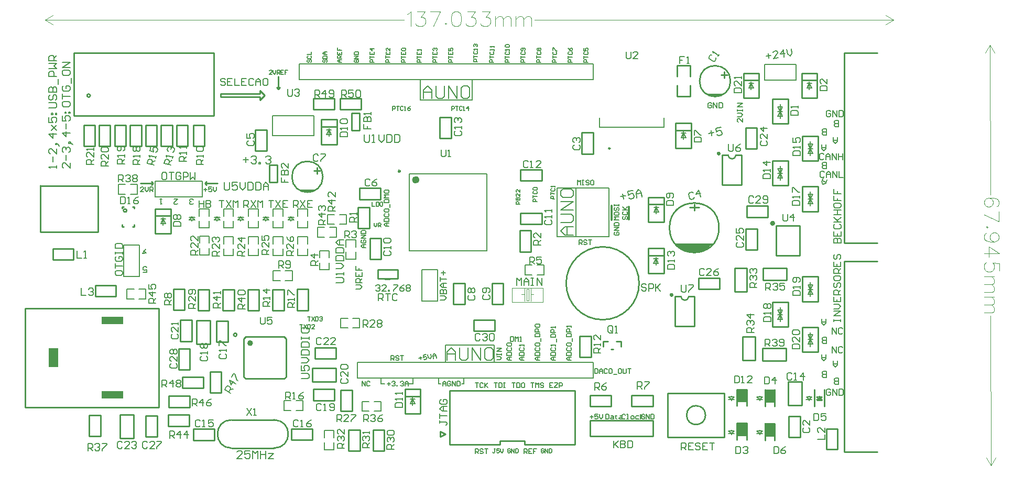
<source format=gto>
G04*
G04 #@! TF.GenerationSoftware,Altium Limited,Altium Designer,20.1.7 (139)*
G04*
G04 Layer_Color=65535*
%FSLAX25Y25*%
%MOIN*%
G70*
G04*
G04 #@! TF.SameCoordinates,24E638B0-66B5-4ADB-958A-7C5563F4B5AF*
G04*
G04*
G04 #@! TF.FilePolarity,Positive*
G04*
G01*
G75*
%ADD10C,0.02362*%
%ADD11C,0.01181*%
%ADD12C,0.01000*%
%ADD13C,0.01575*%
%ADD14C,0.00980*%
%ADD15C,0.00800*%
%ADD16C,0.01200*%
%ADD17C,0.00400*%
%ADD18C,0.00394*%
%ADD19C,0.00900*%
%ADD20C,0.00787*%
%ADD21C,0.00799*%
%ADD22C,0.00787*%
%ADD23C,0.00500*%
%ADD24C,0.00790*%
%ADD25C,0.00700*%
%ADD26C,0.00100*%
G36*
X591300Y384800D02*
X587300D01*
X585300Y385800D01*
X584300Y386800D01*
X595300D01*
X591300Y384800D01*
D02*
G37*
G36*
X332000Y323910D02*
X328000D01*
X326000Y324910D01*
X325000Y325910D01*
X336000D01*
X332000Y323910D01*
D02*
G37*
G36*
X583070Y287430D02*
X580070Y286430D01*
X576070Y285430D01*
X571070Y286430D01*
X567070Y288430D01*
X564070Y291430D01*
X588070D01*
X583070Y287430D01*
D02*
G37*
G36*
X212690Y239960D02*
X199300D01*
Y244680D01*
X212690D01*
Y239960D01*
D02*
G37*
G36*
X171350Y212790D02*
X165440D01*
Y224600D01*
X171350D01*
Y212790D01*
D02*
G37*
G36*
X212690Y192720D02*
X199310D01*
Y197440D01*
X212690D01*
Y192720D01*
D02*
G37*
G36*
X609800Y190300D02*
X603300D01*
Y198800D01*
X609800D01*
Y190300D01*
D02*
G37*
G36*
X627400Y190000D02*
X620900D01*
Y198500D01*
X627400D01*
Y190000D01*
D02*
G37*
G36*
X609800Y168800D02*
X603300D01*
Y177300D01*
X609800D01*
Y168800D01*
D02*
G37*
G36*
X627400Y168500D02*
X620900D01*
Y177000D01*
X627400D01*
Y168500D01*
D02*
G37*
D10*
X400090Y331950D02*
G03*
X400090Y331930I-1181J-10D01*
G01*
D11*
X389070Y337460D02*
G03*
X389070Y337450I-591J-5D01*
G01*
D12*
X583230Y182150D02*
G03*
X583230Y182150I-6000J0D01*
G01*
X597600Y347800D02*
G03*
X602600Y347800I2500J0D01*
G01*
X592350Y348700D02*
G03*
X592350Y348700I-750J0D01*
G01*
X567600Y257800D02*
G03*
X572600Y257800I2500J0D01*
G01*
X562350Y258700D02*
G03*
X562350Y258700I-750J0D01*
G01*
X215040Y312420D02*
G03*
X215040Y312420I-1000J0D01*
G01*
X281822Y179144D02*
G03*
X281822Y161144I0J-9000D01*
G01*
X308822D02*
G03*
X308822Y179144I0J9000D01*
G01*
X339840Y333910D02*
G03*
X339840Y333910I-9840J0D01*
G01*
X591820Y301430D02*
G03*
X591820Y301430I-15750J0D01*
G01*
X599140Y394800D02*
G03*
X599140Y394800I-9840J0D01*
G01*
X191850Y385570D02*
G03*
X191850Y385570I-1000J0D01*
G01*
X541000Y266100D02*
G03*
X541000Y266100I-23200J0D01*
G01*
X285090Y233310D02*
G03*
X285090Y233310I-1000J0D01*
G01*
X311600Y389700D02*
Y397700D01*
Y389700D02*
X312600Y390700D01*
X310600D02*
X311600Y389700D01*
X274800Y386800D02*
X299800D01*
Y388800D01*
X302800Y385800D01*
X299800Y382800D02*
X302800Y385800D01*
X299800Y382800D02*
Y384800D01*
X274800D02*
X299800D01*
X274800D02*
Y386800D01*
X264800Y329800D02*
X265800Y330800D01*
X264800Y329800D02*
X265800Y328800D01*
X264800Y329800D02*
X272800D01*
X230800Y328800D02*
X231800Y329800D01*
X230800Y330800D02*
X231800Y329800D01*
X223800D02*
X231800D01*
X374790Y274850D02*
X387390D01*
Y268940D02*
Y274850D01*
X374790Y268940D02*
X387390D01*
X374790D02*
Y274850D01*
X559230Y196150D02*
X595230D01*
Y168150D02*
Y196150D01*
X559230Y168150D02*
X595230D01*
X559230D02*
Y196150D01*
X624180Y172260D02*
X625780Y169960D01*
X622580D02*
X625780D01*
X622580D02*
X624180Y172260D01*
X627280Y166260D02*
Y176860D01*
X621080Y166260D02*
Y176860D01*
X606360Y172480D02*
X607960Y170180D01*
X604760D02*
X607960D01*
X604760D02*
X606360Y172480D01*
X609460Y166480D02*
Y177080D01*
X603260Y166480D02*
Y177080D01*
X624110Y193830D02*
X625710Y191530D01*
X622510D02*
X625710D01*
X622510D02*
X624110Y193830D01*
X627210Y187830D02*
Y198430D01*
X621010Y187830D02*
Y198430D01*
X655720Y193910D02*
X657320Y191610D01*
X654120D02*
X657320D01*
X654120D02*
X655720Y193910D01*
X658820Y187910D02*
Y198510D01*
X652620Y187910D02*
Y198510D01*
X628300Y302750D02*
X641310D01*
X628300Y283850D02*
Y302750D01*
Y283850D02*
X643300D01*
Y302750D01*
X641310D02*
X643300D01*
X593900Y328800D02*
Y347800D01*
Y328800D02*
X606300D01*
Y347800D01*
X602600D02*
X606300D01*
X593900D02*
X597600D01*
X644970Y327630D02*
X654810D01*
Y311890D02*
Y327630D01*
X644970Y311890D02*
X654810D01*
X644970D02*
Y327630D01*
X625880Y328300D02*
X635720D01*
X625880D02*
Y344040D01*
X635720D01*
Y328300D02*
Y344040D01*
X644970Y344130D02*
X654810D01*
X644970D02*
Y359870D01*
X654810D01*
Y344130D02*
Y359870D01*
X563900Y238800D02*
Y257800D01*
Y238800D02*
X576300D01*
Y257800D01*
X572600D02*
X576300D01*
X563900D02*
X567600D01*
X660170Y160310D02*
X667170D01*
X660170D02*
Y173310D01*
X667170D01*
Y160310D02*
Y173310D01*
X625880Y238300D02*
X635720D01*
X625880D02*
Y254040D01*
X635720D01*
Y238300D02*
Y254040D01*
X644970Y238060D02*
X654810D01*
Y222320D02*
Y238060D01*
X644970Y222320D02*
X654810D01*
X644970D02*
Y238060D01*
Y254560D02*
X654810D01*
X644970D02*
Y270300D01*
X654810D01*
Y254560D02*
Y270300D01*
X168000Y281200D02*
Y288200D01*
X181000D01*
Y281200D02*
Y288200D01*
X168000Y281200D02*
X181000D01*
X219940Y313620D02*
Y314820D01*
X218840D02*
X219940D01*
Y302220D02*
Y303420D01*
X218840Y302220D02*
X219940D01*
X212140D02*
X213240D01*
X212140D02*
Y303420D01*
Y314820D02*
X213240D01*
X212140Y313620D02*
Y314820D01*
X160230Y298883D02*
X196844D01*
X160230D02*
Y328411D01*
X196883Y298883D02*
Y328017D01*
X160269D02*
X196883D01*
X310860Y330380D02*
Y341380D01*
X305860Y330380D02*
X310860D01*
X305860D02*
Y341380D01*
X310860D01*
X281822Y179144D02*
X308822D01*
X281822Y161144D02*
X308822D01*
X208310Y257890D02*
Y264890D01*
X195310Y257890D02*
X208310D01*
X195310D02*
Y264890D01*
X208310D01*
X606420Y193950D02*
X608020Y191650D01*
X604820D02*
X608020D01*
X604820D02*
X606420Y193950D01*
X609520Y187950D02*
Y198550D01*
X603320Y187950D02*
Y198550D01*
X644380Y399800D02*
X654220D01*
Y384060D02*
Y399800D01*
X644380Y384060D02*
X654220D01*
X644380D02*
Y399800D01*
X644400Y395300D02*
X654200D01*
X564270Y367980D02*
X574110D01*
Y352240D02*
Y367980D01*
X564270Y352240D02*
X574110D01*
X564270D02*
Y367980D01*
X564290Y363480D02*
X574090D01*
X338880Y370300D02*
X348720D01*
Y354560D02*
Y370300D01*
X338880Y354560D02*
X348720D01*
X338880D02*
Y370300D01*
X338900Y365800D02*
X348700D01*
X573400Y397600D02*
Y404600D01*
X565200D02*
X573400D01*
X565200Y397600D02*
Y404600D01*
Y385000D02*
Y392000D01*
Y385000D02*
X573400D01*
Y392000D01*
X336000Y335910D02*
Y339910D01*
X334000Y337910D02*
X338000D01*
X576070Y312430D02*
Y316430D01*
X573070Y314430D02*
X579070D01*
X595300Y396800D02*
Y400800D01*
X593300Y398800D02*
X597300D01*
X363300Y363300D02*
Y374300D01*
X358300Y363300D02*
X363300D01*
X358300D02*
Y374300D01*
X363300D01*
X233240Y313540D02*
X243080D01*
Y297800D02*
Y313540D01*
X233240Y297800D02*
X243080D01*
X233240D02*
Y313540D01*
X233260Y309040D02*
X243060D01*
X546980Y320900D02*
X556820D01*
Y305160D02*
Y320900D01*
X546980Y305160D02*
X556820D01*
X546980D02*
Y320900D01*
X547000Y316400D02*
X556800D01*
X392040Y198720D02*
X401880D01*
Y182980D02*
Y198720D01*
X392040Y182980D02*
X401880D01*
X392040D02*
Y198720D01*
X392060Y194220D02*
X401860D01*
X625880Y367800D02*
X635720D01*
X625880D02*
Y383540D01*
X635720D01*
Y367800D02*
Y383540D01*
X549930Y168800D02*
Y178800D01*
X509930Y168800D02*
X549930D01*
X509930D02*
Y178800D01*
X549930D01*
X523210Y224130D02*
X524610D01*
X529610Y225630D02*
Y229130D01*
X526610D02*
X529610D01*
X518210D02*
X521210D01*
X518210Y225630D02*
Y229130D01*
X546880Y288300D02*
X556720D01*
Y272560D02*
Y288300D01*
X546880Y272560D02*
X556720D01*
X546880D02*
Y288300D01*
X546900Y283800D02*
X556700D01*
X420430Y163530D02*
Y197730D01*
X500230D01*
Y163530D02*
Y197730D01*
X468230Y163530D02*
X500230D01*
X468230D02*
Y165830D01*
X452430D02*
X468230D01*
X452430Y163530D02*
Y165830D01*
X420430Y163530D02*
X452430D01*
X414630Y168530D02*
Y171930D01*
X417930Y170230D01*
X414630Y168530D02*
X417930Y170230D01*
X416930D02*
X417930D01*
X150500Y187200D02*
Y250200D01*
X235500D01*
Y187200D02*
Y250200D01*
X150500Y187200D02*
X235500D01*
X671330Y412810D02*
X692330D01*
X671330Y291610D02*
X692330D01*
X671330D02*
Y412810D01*
Y279940D02*
X692330D01*
X671330Y158740D02*
X692330D01*
X671330D02*
Y279940D01*
X290790Y205310D02*
X315190D01*
X316390Y206510D02*
Y230910D01*
X290790Y232110D02*
X315190D01*
X289590Y230910D02*
X290790Y232110D01*
X289590Y206510D02*
Y230910D01*
Y206510D02*
X290790Y205310D01*
X315190D02*
X316390Y206510D01*
X315190Y232110D02*
X316390Y230910D01*
X607380Y399800D02*
X617220D01*
Y384060D02*
Y399800D01*
X607380Y384060D02*
X617220D01*
X607380D02*
Y399800D01*
X607400Y395300D02*
X617200D01*
D13*
X626700Y304300D02*
G03*
X626700Y304290I-787J-5D01*
G01*
X294590Y228010D02*
G03*
X294590Y228010I-1000J0D01*
G01*
D14*
X522560Y351980D02*
G03*
X522560Y351970I-490J-5D01*
G01*
D15*
X270800Y308170D02*
X274420D01*
X272530D02*
X274380Y306400D01*
X270800D02*
X272530Y308170D01*
X270800Y306400D02*
X274380D01*
X256530Y305810D02*
Y306360D01*
Y308090D02*
Y308800D01*
X254800Y308170D02*
X258420D01*
X256530D02*
X258380Y306400D01*
X254800D02*
X256530Y308170D01*
X254800Y306400D02*
X258380D01*
X287530Y305810D02*
Y306360D01*
Y308090D02*
Y308800D01*
X285800Y308170D02*
X289420D01*
X287530D02*
X289380Y306400D01*
X285800D02*
X287530Y308170D01*
X285800Y306400D02*
X289380D01*
X303530Y305810D02*
Y306360D01*
Y308090D02*
Y308800D01*
X301800Y308170D02*
X305420D01*
X303530D02*
X305380Y306400D01*
X301800D02*
X303530Y308170D01*
X301800Y306400D02*
X305380D01*
X319530Y305810D02*
Y306360D01*
Y308090D02*
Y308800D01*
X317800Y308170D02*
X321420D01*
X319530D02*
X321380Y306400D01*
X317800D02*
X319530Y308170D01*
X317800Y306400D02*
X321380D01*
X649190Y191310D02*
Y192020D01*
X647300Y191940D02*
X650920D01*
X647340Y193710D02*
X649190Y191940D01*
X650920Y193710D01*
X647340D02*
X650920D01*
X617690Y193750D02*
Y194300D01*
Y191310D02*
Y192020D01*
X615800Y191940D02*
X619420D01*
X615840Y193710D02*
X617690Y191940D01*
X619420Y193710D01*
X615840D02*
X619420D01*
X599690Y193750D02*
Y194300D01*
Y191310D02*
Y192020D01*
X597800Y191940D02*
X601420D01*
X597840Y193710D02*
X599690Y191940D01*
X601420Y193710D01*
X597840D02*
X601420D01*
X617690Y172250D02*
Y172800D01*
Y169810D02*
Y170520D01*
X615800Y170440D02*
X619420D01*
X615840Y172210D02*
X617690Y170440D01*
X619420Y172210D01*
X615840D02*
X619420D01*
X624190Y172250D02*
Y172800D01*
Y169810D02*
Y170520D01*
X622300Y170440D02*
X625920D01*
X622340Y172210D02*
X624190Y170440D01*
X625920Y172210D01*
X622340D02*
X625920D01*
X655690Y193750D02*
Y194300D01*
Y191310D02*
Y192020D01*
X653800Y191940D02*
X657420D01*
X653840Y193710D02*
X655690Y191940D01*
X657420Y193710D01*
X653840D02*
X657420D01*
X624190Y193750D02*
Y194300D01*
Y191310D02*
Y192020D01*
X622300Y191940D02*
X625920D01*
X622340Y193710D02*
X624190Y191940D01*
X625920Y193710D01*
X622340D02*
X625920D01*
X599690Y172250D02*
Y172800D01*
Y169810D02*
Y170520D01*
X597800Y170440D02*
X601420D01*
X597840Y172210D02*
X599690Y170440D01*
X601420Y172210D01*
X597840D02*
X601420D01*
X606190Y172250D02*
Y172800D01*
Y169810D02*
Y170520D01*
X604300Y170440D02*
X607920D01*
X604340Y172210D02*
X606190Y170440D01*
X607920Y172210D01*
X604340D02*
X607920D01*
X606570Y193740D02*
Y194290D01*
Y191300D02*
Y192010D01*
X604680Y191930D02*
X608300D01*
X604720Y193700D02*
X606570Y191930D01*
X608300Y193700D01*
X604720D02*
X608300D01*
X379400Y274300D02*
X382400D01*
X379400Y268300D02*
X382400D01*
X429300Y205600D02*
X429400D01*
Y202100D02*
Y205600D01*
X428100Y202100D02*
X429400D01*
X413400Y205600D02*
X413500D01*
X413400Y202100D02*
Y205600D01*
Y202100D02*
X414700D01*
X376700Y205800D02*
X377000D01*
X376700Y202200D02*
Y205800D01*
Y202200D02*
X379300D01*
X396900Y205800D02*
X397200D01*
Y202200D02*
Y205800D01*
X394600Y202200D02*
X397200D01*
X417800Y215800D02*
Y226800D01*
X448800D01*
Y215800D02*
Y226800D01*
X361800Y215800D02*
X511800D01*
Y205800D02*
Y215800D01*
X361800Y205800D02*
X511800D01*
X361800D02*
Y215800D01*
X488800Y326800D02*
X500800D01*
X488800Y295800D02*
Y326800D01*
Y295800D02*
X500800D01*
Y326800D02*
X521800D01*
Y295800D02*
Y326800D01*
X500800Y295800D02*
X521800D01*
X500800D02*
Y326800D01*
X401800Y382800D02*
Y395800D01*
Y382800D02*
X434800D01*
Y395800D01*
X324800Y405800D02*
X511800D01*
Y395800D02*
Y405800D01*
X324800Y395800D02*
X511800D01*
X324800D02*
Y405800D01*
X649190Y193750D02*
Y194300D01*
X272530Y305810D02*
Y306360D01*
Y308090D02*
Y308800D01*
X213300Y270300D02*
X223300D01*
X213300D02*
Y290300D01*
X223300D01*
Y282800D02*
Y290300D01*
X233150Y331030D02*
X240650D01*
X233150Y321030D02*
Y331030D01*
Y321030D02*
X263150D01*
Y331030D01*
X402700Y254800D02*
X412700D01*
X402700D02*
Y274800D01*
X412700D01*
Y267300D02*
Y274800D01*
X403800Y383800D02*
Y389132D01*
X406466Y391797D01*
X409132Y389132D01*
Y383800D01*
Y387799D01*
X403800D01*
X411797Y391797D02*
Y385133D01*
X413130Y383800D01*
X415796D01*
X417129Y385133D01*
Y391797D01*
X419795Y383800D02*
Y391797D01*
X425126Y383800D01*
Y391797D01*
X431791D02*
X429125D01*
X427792Y390464D01*
Y385133D01*
X429125Y383800D01*
X431791D01*
X433124Y385133D01*
Y390464D01*
X431791Y391797D01*
X499160Y296780D02*
X493828D01*
X491163Y299446D01*
X493828Y302112D01*
X499160D01*
X495161D01*
Y296780D01*
X491163Y304777D02*
X497827D01*
X499160Y306110D01*
Y308776D01*
X497827Y310109D01*
X491163D01*
X499160Y312775D02*
X491163D01*
X499160Y318106D01*
X491163D01*
Y324771D02*
Y322105D01*
X492495Y320772D01*
X497827D01*
X499160Y322105D01*
Y324771D01*
X497827Y326104D01*
X492495D01*
X491163Y324771D01*
X418800Y216940D02*
Y222272D01*
X421466Y224937D01*
X424132Y222272D01*
Y216940D01*
Y220939D01*
X418800D01*
X426797Y224937D02*
Y218273D01*
X428130Y216940D01*
X430796D01*
X432129Y218273D01*
Y224937D01*
X434795Y216940D02*
Y224937D01*
X440126Y216940D01*
Y224937D01*
X446791D02*
X444125D01*
X442792Y223604D01*
Y218273D01*
X444125Y216940D01*
X446791D01*
X448124Y218273D01*
Y223604D01*
X446791Y224937D01*
X366300Y360888D02*
Y356723D01*
X367133Y355890D01*
X368799D01*
X369632Y356723D01*
Y360888D01*
X371298Y355890D02*
X372965D01*
X372131D01*
Y360888D01*
X371298Y360055D01*
X375464Y360888D02*
Y357556D01*
X377130Y355890D01*
X378796Y357556D01*
Y360888D01*
X380462D02*
Y355890D01*
X382961D01*
X383794Y356723D01*
Y360055D01*
X382961Y360888D01*
X380462D01*
X385460D02*
Y355890D01*
X387960D01*
X388793Y356723D01*
Y360055D01*
X387960Y360888D01*
X385460D01*
X289300Y344669D02*
X292632D01*
X290966Y346335D02*
Y343003D01*
X294298Y346335D02*
X295131Y347168D01*
X296798D01*
X297631Y346335D01*
Y345502D01*
X296798Y344669D01*
X295965D01*
X296798D01*
X297631Y343836D01*
Y343003D01*
X296798Y342170D01*
X295131D01*
X294298Y343003D01*
X299297Y342170D02*
Y343003D01*
X300130D01*
Y342170D01*
X299297D01*
X303462Y346335D02*
X304295Y347168D01*
X305961D01*
X306794Y346335D01*
Y345502D01*
X305961Y344669D01*
X305128D01*
X305961D01*
X306794Y343836D01*
Y343003D01*
X305961Y342170D01*
X304295D01*
X303462Y343003D01*
X277000Y330268D02*
Y326103D01*
X277833Y325270D01*
X279499D01*
X280332Y326103D01*
Y330268D01*
X285331D02*
X281998D01*
Y327769D01*
X283664Y328602D01*
X284498D01*
X285331Y327769D01*
Y326103D01*
X284498Y325270D01*
X282831D01*
X281998Y326103D01*
X286997Y330268D02*
Y326936D01*
X288663Y325270D01*
X290329Y326936D01*
Y330268D01*
X291995D02*
Y325270D01*
X294494D01*
X295327Y326103D01*
Y329435D01*
X294494Y330268D01*
X291995D01*
X296993D02*
Y325270D01*
X299493D01*
X300326Y326103D01*
Y329435D01*
X299493Y330268D01*
X296993D01*
X301992Y325270D02*
Y328602D01*
X303658Y330268D01*
X305324Y328602D01*
Y325270D01*
Y327769D01*
X301992D01*
X348032Y266350D02*
X352197D01*
X353030Y267183D01*
Y268849D01*
X352197Y269682D01*
X348032D01*
X353030Y271348D02*
Y273014D01*
Y272181D01*
X348032D01*
X348865Y271348D01*
X348032Y275514D02*
X351364D01*
X353030Y277180D01*
X351364Y278846D01*
X348032D01*
Y280512D02*
X353030D01*
Y283011D01*
X352197Y283844D01*
X348865D01*
X348032Y283011D01*
Y280512D01*
Y285510D02*
X353030D01*
Y288010D01*
X352197Y288843D01*
X348865D01*
X348032Y288010D01*
Y285510D01*
X353030Y290509D02*
X349698D01*
X348032Y292175D01*
X349698Y293841D01*
X353030D01*
X350531D01*
Y290509D01*
X326032Y205300D02*
X330197D01*
X331030Y206133D01*
Y207799D01*
X330197Y208632D01*
X326032D01*
Y213631D02*
Y210298D01*
X328531D01*
X327698Y211965D01*
Y212798D01*
X328531Y213631D01*
X330197D01*
X331030Y212798D01*
Y211131D01*
X330197Y210298D01*
X326032Y215297D02*
X329364D01*
X331030Y216963D01*
X329364Y218629D01*
X326032D01*
Y220295D02*
X331030D01*
Y222794D01*
X330197Y223627D01*
X326865D01*
X326032Y222794D01*
Y220295D01*
Y225293D02*
X331030D01*
Y227793D01*
X330197Y228626D01*
X326865D01*
X326032Y227793D01*
Y225293D01*
Y230292D02*
Y231958D01*
Y231125D01*
X331030D01*
Y230292D01*
Y231958D01*
X326032Y236956D02*
Y235290D01*
X326865Y234457D01*
X330197D01*
X331030Y235290D01*
Y236956D01*
X330197Y237790D01*
X326865D01*
X326032Y236956D01*
X585300Y361569D02*
X588591Y362090D01*
X586685Y363475D02*
X587206Y360184D01*
X593137Y365341D02*
X589846Y364820D01*
X590237Y362351D01*
X591752Y363435D01*
X592575Y363565D01*
X593528Y362872D01*
X593789Y361227D01*
X593096Y360274D01*
X591451Y360013D01*
X590498Y360705D01*
X380800Y202259D02*
X382799D01*
X381800Y203259D02*
Y201260D01*
X383799Y203259D02*
X384299Y203759D01*
X385298D01*
X385798Y203259D01*
Y202759D01*
X385298Y202259D01*
X384799D01*
X385298D01*
X385798Y201760D01*
Y201260D01*
X385298Y200760D01*
X384299D01*
X383799Y201260D01*
X386798Y200760D02*
Y201260D01*
X387298D01*
Y200760D01*
X386798D01*
X389297Y203259D02*
X389797Y203759D01*
X390797D01*
X391297Y203259D01*
Y202759D01*
X390797Y202259D01*
X390297D01*
X390797D01*
X391297Y201760D01*
Y201260D01*
X390797Y200760D01*
X389797D01*
X389297Y201260D01*
X392296Y200760D02*
Y202759D01*
X393296Y203759D01*
X394296Y202759D01*
Y200760D01*
Y202259D01*
X392296D01*
X529300Y321269D02*
X532582Y321848D01*
X530652Y323199D02*
X531230Y319918D01*
X537070Y325177D02*
X533789Y324598D01*
X534223Y322137D01*
X535719Y323247D01*
X536539Y323392D01*
X537504Y322716D01*
X537793Y321075D01*
X537118Y320110D01*
X535477Y319821D01*
X534512Y320496D01*
X539579Y320544D02*
X539000Y323826D01*
X540352Y325756D01*
X542282Y324404D01*
X542861Y321123D01*
X542427Y323584D01*
X539145Y323005D01*
X367210Y288760D02*
X365211D01*
X364211Y289760D01*
X365211Y290759D01*
X367210D01*
X365710D01*
Y288760D01*
X364711Y293758D02*
X364211Y293259D01*
Y292259D01*
X364711Y291759D01*
X366710D01*
X367210Y292259D01*
Y293259D01*
X366710Y293758D01*
X365710D01*
Y292759D01*
X367210Y294758D02*
X364211D01*
X367210Y296757D01*
X364211D01*
Y297757D02*
X367210D01*
Y299257D01*
X366710Y299756D01*
X364711D01*
X364211Y299257D01*
Y297757D01*
X360981Y262420D02*
X363647D01*
X364980Y263753D01*
X363647Y265086D01*
X360981D01*
X364980Y266419D02*
X360981D01*
Y268418D01*
X361648Y269085D01*
X362981D01*
X363647Y268418D01*
Y266419D01*
Y267752D02*
X364980Y269085D01*
X360981Y273083D02*
Y270417D01*
X364980D01*
Y273083D01*
X362981Y270417D02*
Y271750D01*
X360981Y277082D02*
Y274416D01*
X362981D01*
Y275749D01*
Y274416D01*
X364980D01*
X264200Y325909D02*
X266199D01*
X265200Y326909D02*
Y324910D01*
X269198Y327409D02*
X267199D01*
Y325909D01*
X268199Y326409D01*
X268699D01*
X269198Y325909D01*
Y324910D01*
X268699Y324410D01*
X267699D01*
X267199Y324910D01*
X270198Y327409D02*
Y325410D01*
X271198Y324410D01*
X272197Y325410D01*
Y327409D01*
X225899Y324410D02*
X223900D01*
X225899Y326409D01*
Y326909D01*
X225399Y327409D01*
X224400D01*
X223900Y326909D01*
X226899Y327409D02*
Y325410D01*
X227899Y324410D01*
X228898Y325410D01*
Y327409D01*
X229898Y324410D02*
Y327409D01*
X231398D01*
X231897Y326909D01*
Y325909D01*
X231398Y325410D01*
X229898D01*
X230898D02*
X231897Y324410D01*
X436800Y202659D02*
X438799D01*
X437800D01*
Y199660D01*
X441798Y202159D02*
X441298Y202659D01*
X440299D01*
X439799Y202159D01*
Y200160D01*
X440299Y199660D01*
X441298D01*
X441798Y200160D01*
X442798Y202659D02*
Y199660D01*
Y200660D01*
X444797Y202659D01*
X443298Y201160D01*
X444797Y199660D01*
X448796Y202659D02*
X450796D01*
X449796D01*
Y199660D01*
X451795Y202659D02*
Y199660D01*
X453295D01*
X453794Y200160D01*
Y202159D01*
X453295Y202659D01*
X451795D01*
X454794D02*
X455794D01*
X455294D01*
Y199660D01*
X454794D01*
X455794D01*
X460292Y202659D02*
X462292D01*
X461292D01*
Y199660D01*
X463291Y202659D02*
Y199660D01*
X464791D01*
X465291Y200160D01*
Y202159D01*
X464791Y202659D01*
X463291D01*
X467790D02*
X466790D01*
X466291Y202159D01*
Y200160D01*
X466790Y199660D01*
X467790D01*
X468290Y200160D01*
Y202159D01*
X467790Y202659D01*
X472289D02*
X474288D01*
X473288D01*
Y199660D01*
X475288D02*
Y202659D01*
X476287Y201659D01*
X477287Y202659D01*
Y199660D01*
X480286Y202159D02*
X479786Y202659D01*
X478786D01*
X478287Y202159D01*
Y201659D01*
X478786Y201160D01*
X479786D01*
X480286Y200660D01*
Y200160D01*
X479786Y199660D01*
X478786D01*
X478287Y200160D01*
X486284Y202659D02*
X484285D01*
Y199660D01*
X486284D01*
X484285Y201160D02*
X485284D01*
X487284Y202659D02*
X489283D01*
Y202159D01*
X487284Y200160D01*
Y199660D01*
X489283D01*
X490283D02*
Y202659D01*
X491782D01*
X492282Y202159D01*
Y201160D01*
X491782Y200660D01*
X490283D01*
X436800Y157660D02*
Y160659D01*
X438300D01*
X438799Y160159D01*
Y159160D01*
X438300Y158660D01*
X436800D01*
X437800D02*
X438799Y157660D01*
X441798Y160159D02*
X441298Y160659D01*
X440299D01*
X439799Y160159D01*
Y159659D01*
X440299Y159160D01*
X441298D01*
X441798Y158660D01*
Y158160D01*
X441298Y157660D01*
X440299D01*
X439799Y158160D01*
X442798Y160659D02*
X444797D01*
X443798D01*
Y157660D01*
X502800Y290660D02*
Y293659D01*
X504299D01*
X504799Y293159D01*
Y292160D01*
X504299Y291660D01*
X502800D01*
X503800D02*
X504799Y290660D01*
X507798Y293159D02*
X507299Y293659D01*
X506299D01*
X505799Y293159D01*
Y292659D01*
X506299Y292160D01*
X507299D01*
X507798Y291660D01*
Y291160D01*
X507299Y290660D01*
X506299D01*
X505799Y291160D01*
X508798Y293659D02*
X510797D01*
X509798D01*
Y290660D01*
X501800Y328660D02*
Y331659D01*
X502800Y330659D01*
X503799Y331659D01*
Y328660D01*
X504799Y331659D02*
X505799D01*
X505299D01*
Y328660D01*
X504799D01*
X505799D01*
X509298Y331159D02*
X508798Y331659D01*
X507798D01*
X507298Y331159D01*
Y330659D01*
X507798Y330159D01*
X508798D01*
X509298Y329660D01*
Y329160D01*
X508798Y328660D01*
X507798D01*
X507298Y329160D01*
X511797Y331659D02*
X510797D01*
X510297Y331159D01*
Y329160D01*
X510797Y328660D01*
X511797D01*
X512297Y329160D01*
Y331159D01*
X511797Y331659D01*
X528180Y306400D02*
X525181D01*
X526181Y307400D01*
X525181Y308399D01*
X528180D01*
X525181Y310898D02*
Y309899D01*
X525681Y309399D01*
X527680D01*
X528180Y309899D01*
Y310898D01*
X527680Y311398D01*
X525681D01*
X525181Y310898D01*
X525681Y314397D02*
X525181Y313898D01*
Y312898D01*
X525681Y312398D01*
X526181D01*
X526681Y312898D01*
Y313898D01*
X527180Y314397D01*
X527680D01*
X528180Y313898D01*
Y312898D01*
X527680Y312398D01*
X525181Y315397D02*
Y316397D01*
Y315897D01*
X528180D01*
Y315397D01*
Y316397D01*
X330327Y408416D02*
X329911Y408000D01*
Y407166D01*
X330327Y406750D01*
X330744D01*
X331160Y407166D01*
Y408000D01*
X331577Y408416D01*
X331994D01*
X332410Y408000D01*
Y407166D01*
X331994Y406750D01*
X330327Y410915D02*
X329911Y410499D01*
Y409666D01*
X330327Y409249D01*
X331994D01*
X332410Y409666D01*
Y410499D01*
X331994Y410915D01*
X329911Y411748D02*
X332410D01*
Y413414D01*
X340327Y408416D02*
X339911Y408000D01*
Y407166D01*
X340327Y406750D01*
X340744D01*
X341160Y407166D01*
Y408000D01*
X341577Y408416D01*
X341993D01*
X342410Y408000D01*
Y407166D01*
X341993Y406750D01*
X339911Y409249D02*
X342410D01*
Y410499D01*
X341993Y410915D01*
X340327D01*
X339911Y410499D01*
Y409249D01*
X342410Y411748D02*
X340744D01*
X339911Y412581D01*
X340744Y413414D01*
X342410D01*
X341160D01*
Y411748D01*
X307466Y399190D02*
X305800D01*
X307466Y400856D01*
Y401273D01*
X307050Y401689D01*
X306217D01*
X305800Y401273D01*
X308299Y401689D02*
Y400023D01*
X309132Y399190D01*
X309965Y400023D01*
Y401689D01*
X310798Y399190D02*
Y401689D01*
X312048D01*
X312464Y401273D01*
Y400440D01*
X312048Y400023D01*
X310798D01*
X311631D02*
X312464Y399190D01*
X314964Y401689D02*
X313298D01*
Y399190D01*
X314964D01*
X313298Y400440D02*
X314131D01*
X317463Y401689D02*
X315797D01*
Y400440D01*
X316630D01*
X315797D01*
Y399190D01*
X360327Y408416D02*
X359911Y408000D01*
Y407166D01*
X360327Y406750D01*
X361994D01*
X362410Y407166D01*
Y408000D01*
X361994Y408416D01*
X361160D01*
Y407583D01*
X362410Y409249D02*
X359911D01*
X362410Y410915D01*
X359911D01*
Y411748D02*
X362410D01*
Y412998D01*
X361994Y413414D01*
X360327D01*
X359911Y412998D01*
Y411748D01*
X382410Y406728D02*
X379911Y406772D01*
X379933Y408021D01*
X380357Y408430D01*
X381189Y408416D01*
X381599Y407992D01*
X381577Y406743D01*
X379955Y409271D02*
X379984Y410936D01*
X379969Y410104D01*
X382468Y410060D01*
X380027Y413435D02*
X379998Y411769D01*
X382497Y411726D01*
X382526Y413392D01*
X381248Y411748D02*
X381262Y412580D01*
X382570Y415891D02*
X382541Y414225D01*
X380904Y415920D01*
X380487Y415927D01*
X380064Y415518D01*
X380049Y414685D01*
X380458Y414261D01*
X392410Y406750D02*
X389911D01*
Y408000D01*
X390327Y408416D01*
X391160D01*
X391577Y408000D01*
Y406750D01*
X389911Y409249D02*
Y410915D01*
Y410082D01*
X392410D01*
X389911Y413414D02*
Y411748D01*
X392410D01*
Y413414D01*
X391160Y411748D02*
Y412581D01*
X390327Y414248D02*
X389911Y414664D01*
Y415497D01*
X390327Y415914D01*
X391993D01*
X392410Y415497D01*
Y414664D01*
X391993Y414248D01*
X390327D01*
X402410Y406750D02*
X399911D01*
Y408000D01*
X400327Y408416D01*
X401160D01*
X401577Y408000D01*
Y406750D01*
X399911Y409249D02*
Y410915D01*
Y410082D01*
X402410D01*
X399911Y413414D02*
Y411748D01*
X402410D01*
Y413414D01*
X401160Y411748D02*
Y412581D01*
X402410Y414248D02*
Y415081D01*
Y414664D01*
X399911D01*
X400327Y414248D01*
X412410Y406750D02*
X409911D01*
Y408000D01*
X410327Y408416D01*
X411160D01*
X411577Y408000D01*
Y406750D01*
X409911Y409249D02*
Y410915D01*
Y410082D01*
X412410D01*
X409911Y413414D02*
Y411748D01*
X412410D01*
Y413414D01*
X411160Y411748D02*
Y412581D01*
X410327Y414248D02*
X409911Y414664D01*
Y415497D01*
X410327Y415914D01*
X410744D01*
X411160Y415497D01*
Y415081D01*
Y415497D01*
X411577Y415914D01*
X411994D01*
X412410Y415497D01*
Y414664D01*
X411994Y414248D01*
X422410Y406750D02*
X419911D01*
Y408000D01*
X420327Y408416D01*
X421160D01*
X421577Y408000D01*
Y406750D01*
X419911Y409249D02*
Y410915D01*
Y410082D01*
X422410D01*
X419911Y413414D02*
Y411748D01*
X422410D01*
Y413414D01*
X421160Y411748D02*
Y412581D01*
X419911Y415914D02*
Y414248D01*
X421160D01*
X420744Y415081D01*
Y415497D01*
X421160Y415914D01*
X421993D01*
X422410Y415497D01*
Y414664D01*
X421993Y414248D01*
X372410Y406750D02*
X369911D01*
Y408000D01*
X370327Y408416D01*
X371160D01*
X371577Y408000D01*
Y406750D01*
X369911Y409249D02*
Y410915D01*
Y410082D01*
X372410D01*
X369911Y413414D02*
Y411748D01*
X372410D01*
Y413414D01*
X371160Y411748D02*
Y412581D01*
X372410Y415497D02*
X369911D01*
X371160Y414248D01*
Y415914D01*
X438310Y407050D02*
X435811D01*
Y408300D01*
X436227Y408716D01*
X437060D01*
X437477Y408300D01*
Y407050D01*
X435811Y409549D02*
Y411215D01*
Y410382D01*
X438310D01*
X436227Y413715D02*
X435811Y413298D01*
Y412465D01*
X436227Y412048D01*
X437893D01*
X438310Y412465D01*
Y413298D01*
X437893Y413715D01*
X438310Y414548D02*
Y415381D01*
Y414964D01*
X435811D01*
X436227Y414548D01*
Y416630D02*
X435811Y417047D01*
Y417880D01*
X436227Y418296D01*
X436644D01*
X437060Y417880D01*
Y417463D01*
Y417880D01*
X437477Y418296D01*
X437893D01*
X438310Y417880D01*
Y417047D01*
X437893Y416630D01*
X448409Y406706D02*
X445912Y406794D01*
X445955Y408042D01*
X446386Y408444D01*
X447219Y408415D01*
X447620Y407984D01*
X447577Y406735D01*
X445999Y409291D02*
X446057Y410956D01*
X446028Y410124D01*
X448525Y410037D01*
X446560Y413440D02*
X446130Y413038D01*
X446101Y412205D01*
X446502Y411774D01*
X448167Y411716D01*
X448598Y412118D01*
X448627Y412951D01*
X448226Y413381D01*
X448671Y414199D02*
X448700Y415032D01*
X448685Y414616D01*
X446188Y414703D01*
X446590Y414272D01*
X448744Y416281D02*
X448773Y417113D01*
X448758Y416697D01*
X446260Y416784D01*
X446662Y416354D01*
X468410Y406750D02*
X465911D01*
Y408000D01*
X466327Y408416D01*
X467160D01*
X467577Y408000D01*
Y406750D01*
X465911Y409249D02*
Y410915D01*
Y410082D01*
X468410D01*
X466327Y413414D02*
X465911Y412998D01*
Y412165D01*
X466327Y411748D01*
X467993D01*
X468410Y412165D01*
Y412998D01*
X467993Y413414D01*
Y414248D02*
X468410Y414664D01*
Y415497D01*
X467993Y415914D01*
X466327D01*
X465911Y415497D01*
Y414664D01*
X466327Y414248D01*
X466744D01*
X467160Y414664D01*
Y415914D01*
X478410Y406728D02*
X475911Y406772D01*
X475933Y408021D01*
X476357Y408430D01*
X477189Y408416D01*
X477599Y407992D01*
X477577Y406743D01*
X475955Y409271D02*
X475984Y410936D01*
X475969Y410104D01*
X478468Y410060D01*
X476444Y413428D02*
X476020Y413019D01*
X476006Y412186D01*
X476415Y411762D01*
X478081Y411733D01*
X478504Y412142D01*
X478519Y412975D01*
X478110Y413399D01*
X476458Y414261D02*
X476049Y414685D01*
X476064Y415518D01*
X476487Y415927D01*
X476904Y415920D01*
X477313Y415496D01*
X477737Y415905D01*
X478153Y415898D01*
X478562Y415474D01*
X478548Y414641D01*
X478124Y414232D01*
X477708Y414239D01*
X477298Y414663D01*
X476875Y414254D01*
X476458Y414261D01*
X477298Y414663D02*
X477313Y415496D01*
X488409Y406706D02*
X485912Y406794D01*
X485955Y408042D01*
X486386Y408444D01*
X487219Y408415D01*
X487620Y407984D01*
X487577Y406735D01*
X485999Y409291D02*
X486057Y410956D01*
X486028Y410124D01*
X488525Y410037D01*
X486560Y413440D02*
X486130Y413038D01*
X486101Y412205D01*
X486502Y411774D01*
X488167Y411716D01*
X488598Y412118D01*
X488627Y412951D01*
X488226Y413381D01*
X486173Y414287D02*
X486231Y415952D01*
X486648Y415937D01*
X488255Y414214D01*
X488671Y414199D01*
X498410Y406750D02*
X495911D01*
Y408000D01*
X496327Y408416D01*
X497160D01*
X497577Y408000D01*
Y406750D01*
X495911Y409249D02*
Y410915D01*
Y410082D01*
X498410D01*
X496327Y413414D02*
X495911Y412998D01*
Y412165D01*
X496327Y411748D01*
X497994D01*
X498410Y412165D01*
Y412998D01*
X497994Y413414D01*
X495911Y415914D02*
X496327Y415081D01*
X497160Y414248D01*
X497994D01*
X498410Y414664D01*
Y415497D01*
X497994Y415914D01*
X497577D01*
X497160Y415497D01*
Y414248D01*
X508410Y406750D02*
X505911D01*
Y408000D01*
X506327Y408416D01*
X507160D01*
X507577Y408000D01*
Y406750D01*
X505911Y409249D02*
Y410915D01*
Y410082D01*
X508410D01*
X506327Y413414D02*
X505911Y412998D01*
Y412165D01*
X506327Y411748D01*
X507994D01*
X508410Y412165D01*
Y412998D01*
X507994Y413414D01*
X505911Y415914D02*
Y414248D01*
X507160D01*
X506744Y415081D01*
Y415497D01*
X507160Y415914D01*
X507994D01*
X508410Y415497D01*
Y414664D01*
X507994Y414248D01*
X458410Y406750D02*
X455911D01*
Y408000D01*
X456327Y408416D01*
X457160D01*
X457577Y408000D01*
Y406750D01*
X455911Y409249D02*
Y410915D01*
Y410082D01*
X458410D01*
X456327Y413414D02*
X455911Y412998D01*
Y412165D01*
X456327Y411748D01*
X457994D01*
X458410Y412165D01*
Y412998D01*
X457994Y413414D01*
X458410Y414248D02*
Y415081D01*
Y414664D01*
X455911D01*
X456327Y414248D01*
Y416330D02*
X455911Y416747D01*
Y417580D01*
X456327Y417996D01*
X457994D01*
X458410Y417580D01*
Y416747D01*
X457994Y416330D01*
X456327D01*
X459940Y217230D02*
X457941D01*
X456941Y218230D01*
X457941Y219229D01*
X459940D01*
X458440D01*
Y217230D01*
X456941Y220229D02*
X459940D01*
Y221728D01*
X459440Y222228D01*
X457441D01*
X456941Y221728D01*
Y220229D01*
X457441Y225227D02*
X456941Y224728D01*
Y223728D01*
X457441Y223228D01*
X459440D01*
X459940Y223728D01*
Y224728D01*
X459440Y225227D01*
X457441Y226227D02*
X456941Y226727D01*
Y227727D01*
X457441Y228226D01*
X459440D01*
X459940Y227727D01*
Y226727D01*
X459440Y226227D01*
X457441D01*
X467940Y217230D02*
X465941D01*
X464941Y218230D01*
X465941Y219229D01*
X467940D01*
X466440D01*
Y217230D01*
X464941Y220229D02*
X467940D01*
Y221728D01*
X467440Y222228D01*
X465441D01*
X464941Y221728D01*
Y220229D01*
X465441Y225227D02*
X464941Y224728D01*
Y223728D01*
X465441Y223228D01*
X467440D01*
X467940Y223728D01*
Y224728D01*
X467440Y225227D01*
X467940Y226227D02*
Y227227D01*
Y226727D01*
X464941D01*
X465441Y226227D01*
X477940Y217230D02*
X475941D01*
X474941Y218230D01*
X475941Y219229D01*
X477940D01*
X476440D01*
Y217230D01*
X474941Y220229D02*
X477940D01*
Y221728D01*
X477440Y222228D01*
X475441D01*
X474941Y221728D01*
Y220229D01*
X475441Y225227D02*
X474941Y224728D01*
Y223728D01*
X475441Y223228D01*
X477440D01*
X477940Y223728D01*
Y224728D01*
X477440Y225227D01*
X475441Y226227D02*
X474941Y226727D01*
Y227727D01*
X475441Y228226D01*
X477440D01*
X477940Y227727D01*
Y226727D01*
X477440Y226227D01*
X475441D01*
X478440Y229226D02*
Y231225D01*
X474941Y232225D02*
X477940D01*
Y233725D01*
X477440Y234225D01*
X475441D01*
X474941Y233725D01*
Y232225D01*
X477940Y235224D02*
X474941D01*
Y236724D01*
X475441Y237224D01*
X476440D01*
X476940Y236724D01*
Y235224D01*
X475441Y238223D02*
X474941Y238723D01*
Y239723D01*
X475441Y240223D01*
X477440D01*
X477940Y239723D01*
Y238723D01*
X477440Y238223D01*
X475441D01*
X487940Y217230D02*
X485941D01*
X484941Y218230D01*
X485941Y219229D01*
X487940D01*
X486441D01*
Y217230D01*
X484941Y220229D02*
X487940D01*
Y221728D01*
X487440Y222228D01*
X485441D01*
X484941Y221728D01*
Y220229D01*
X485441Y225227D02*
X484941Y224728D01*
Y223728D01*
X485441Y223228D01*
X487440D01*
X487940Y223728D01*
Y224728D01*
X487440Y225227D01*
X487940Y226227D02*
Y227227D01*
Y226727D01*
X484941D01*
X485441Y226227D01*
X488440Y228726D02*
Y230726D01*
X484941Y231725D02*
X487940D01*
Y233225D01*
X487440Y233725D01*
X485441D01*
X484941Y233225D01*
Y231725D01*
X487940Y234724D02*
X484941D01*
Y236224D01*
X485441Y236724D01*
X486441D01*
X486940Y236224D01*
Y234724D01*
X487940Y237723D02*
Y238723D01*
Y238223D01*
X484941D01*
X485441Y237723D01*
X497940Y217230D02*
X495941D01*
X494941Y218230D01*
X495941Y219229D01*
X497940D01*
X496441D01*
Y217230D01*
X494941Y220229D02*
X497940D01*
Y221728D01*
X497440Y222228D01*
X495441D01*
X494941Y221728D01*
Y220229D01*
X495441Y225227D02*
X494941Y224728D01*
Y223728D01*
X495441Y223228D01*
X497440D01*
X497940Y223728D01*
Y224728D01*
X497440Y225227D01*
X495441Y226227D02*
X494941Y226727D01*
Y227727D01*
X495441Y228226D01*
X497440D01*
X497940Y227727D01*
Y226727D01*
X497440Y226227D01*
X495441D01*
X498440Y229226D02*
Y231225D01*
X494941Y232225D02*
X497940D01*
Y233725D01*
X497440Y234225D01*
X495441D01*
X494941Y233725D01*
Y232225D01*
X497940Y235224D02*
X494941D01*
Y236724D01*
X495441Y237224D01*
X496441D01*
X496940Y236724D01*
Y235224D01*
X497940Y238223D02*
Y239223D01*
Y238723D01*
X494941D01*
X495441Y238223D01*
X512800Y211659D02*
Y208660D01*
X514299D01*
X514799Y209160D01*
Y211159D01*
X514299Y211659D01*
X512800D01*
X515799Y208660D02*
Y210659D01*
X516799Y211659D01*
X517798Y210659D01*
Y208660D01*
Y210159D01*
X515799D01*
X520797Y211159D02*
X520298Y211659D01*
X519298D01*
X518798Y211159D01*
Y209160D01*
X519298Y208660D01*
X520298D01*
X520797Y209160D01*
X521797Y211159D02*
X522297Y211659D01*
X523297D01*
X523796Y211159D01*
Y209160D01*
X523297Y208660D01*
X522297D01*
X521797Y209160D01*
Y211159D01*
X524796Y208160D02*
X526795D01*
X529295Y211659D02*
X528295D01*
X527795Y211159D01*
Y209160D01*
X528295Y208660D01*
X529295D01*
X529795Y209160D01*
Y211159D01*
X529295Y211659D01*
X530794D02*
Y209160D01*
X531294Y208660D01*
X532294D01*
X532794Y209160D01*
Y211659D01*
X533793D02*
X535793D01*
X534793D01*
Y208660D01*
X351710Y406790D02*
X350044D01*
X349211Y407623D01*
X350044Y408456D01*
X351710D01*
X350460D01*
Y406790D01*
X351710Y409289D02*
X349211D01*
Y410539D01*
X349627Y410955D01*
X350460D01*
X350877Y410539D01*
Y409289D01*
Y410122D02*
X351710Y410955D01*
X349211Y413454D02*
Y411788D01*
X351710D01*
Y413454D01*
X350460Y411788D02*
Y412621D01*
X349211Y415954D02*
Y414288D01*
X350460D01*
Y415121D01*
Y414288D01*
X351710D01*
X373400Y264552D02*
X374066Y265219D01*
X375399D01*
X376066Y264552D01*
Y263886D01*
X375399Y263219D01*
X374733D01*
X375399D01*
X376066Y262553D01*
Y261887D01*
X375399Y261220D01*
X374066D01*
X373400Y261887D01*
X380065Y261220D02*
X377399D01*
X380065Y263886D01*
Y264552D01*
X379398Y265219D01*
X378065D01*
X377399Y264552D01*
X381397Y261220D02*
Y261887D01*
X382064D01*
Y261220D01*
X381397D01*
X384730Y265219D02*
X387396D01*
Y264552D01*
X384730Y261887D01*
Y261220D01*
X391394Y265219D02*
X390061Y264552D01*
X388728Y263219D01*
Y261887D01*
X389395Y261220D01*
X390728D01*
X391394Y261887D01*
Y262553D01*
X390728Y263219D01*
X388728D01*
X392727Y264552D02*
X393394Y265219D01*
X394726D01*
X395393Y264552D01*
Y263886D01*
X394726Y263219D01*
X395393Y262553D01*
Y261887D01*
X394726Y261220D01*
X393394D01*
X392727Y261887D01*
Y262553D01*
X393394Y263219D01*
X392727Y263886D01*
Y264552D01*
X393394Y263219D02*
X394726D01*
X384300Y376190D02*
Y378689D01*
X385550D01*
X385966Y378273D01*
Y377440D01*
X385550Y377023D01*
X384300D01*
X386799Y378689D02*
X388465D01*
X387632D01*
Y376190D01*
X390965Y378273D02*
X390548Y378689D01*
X389715D01*
X389298Y378273D01*
Y376606D01*
X389715Y376190D01*
X390548D01*
X390965Y376606D01*
X391798Y376190D02*
X392631D01*
X392214D01*
Y378689D01*
X391798Y378273D01*
X395546Y378689D02*
X394713Y378273D01*
X393880Y377440D01*
Y376606D01*
X394297Y376190D01*
X395130D01*
X395546Y376606D01*
Y377023D01*
X395130Y377440D01*
X393880D01*
X421700Y376190D02*
Y378689D01*
X422950D01*
X423366Y378273D01*
Y377440D01*
X422950Y377023D01*
X421700D01*
X424199Y378689D02*
X425865D01*
X425032D01*
Y376190D01*
X428365Y378273D02*
X427948Y378689D01*
X427115D01*
X426698Y378273D01*
Y376606D01*
X427115Y376190D01*
X427948D01*
X428365Y376606D01*
X429198Y376190D02*
X430031D01*
X429614D01*
Y378689D01*
X429198Y378273D01*
X432530Y376190D02*
Y378689D01*
X431280Y377440D01*
X432946D01*
X465210Y316490D02*
X462711D01*
Y317740D01*
X463127Y318156D01*
X463960D01*
X464377Y317740D01*
Y316490D01*
X462711Y318989D02*
X465210D01*
Y320239D01*
X464793Y320655D01*
X464377D01*
X463960Y320239D01*
Y318989D01*
Y320239D01*
X463544Y320655D01*
X463127D01*
X462711Y320239D01*
Y318989D01*
X465210Y323154D02*
Y321488D01*
X463544Y323154D01*
X463127D01*
X462711Y322738D01*
Y321905D01*
X463127Y321488D01*
X465210Y325654D02*
Y323988D01*
X463544Y325654D01*
X463127D01*
X462711Y325237D01*
Y324404D01*
X463127Y323988D01*
X476110Y317970D02*
X473611D01*
Y319220D01*
X474027Y319636D01*
X474860D01*
X475277Y319220D01*
Y317970D01*
X473611Y320469D02*
Y322135D01*
Y321302D01*
X476110D01*
X474027Y324635D02*
X473611Y324218D01*
Y323385D01*
X474027Y322968D01*
X475694D01*
X476110Y323385D01*
Y324218D01*
X475694Y324635D01*
X474027Y325468D02*
X473611Y325884D01*
Y326717D01*
X474027Y327134D01*
X475694D01*
X476110Y326717D01*
Y325884D01*
X475694Y325468D01*
X474027D01*
X487209Y319856D02*
X484712Y319944D01*
X484755Y321192D01*
X485186Y321594D01*
X486019Y321565D01*
X486420Y321134D01*
X486377Y319885D01*
X484799Y322441D02*
X484857Y324106D01*
X484828Y323274D01*
X487325Y323187D01*
X485360Y326589D02*
X484930Y326188D01*
X484901Y325355D01*
X485302Y324924D01*
X486967Y324866D01*
X487398Y325268D01*
X487427Y326101D01*
X487026Y326531D01*
X487471Y327349D02*
X487500Y328182D01*
X487485Y327766D01*
X484988Y327853D01*
X485390Y327422D01*
X381940Y302500D02*
X379941D01*
X378941Y303500D01*
X379941Y304499D01*
X381940D01*
X380440D01*
Y302500D01*
X378941Y305499D02*
X381940D01*
Y306998D01*
X381440Y307498D01*
X379441D01*
X378941Y306998D01*
Y305499D01*
X379441Y310497D02*
X378941Y309998D01*
Y308998D01*
X379441Y308498D01*
X381440D01*
X381940Y308998D01*
Y309998D01*
X381440Y310497D01*
X379441Y311497D02*
X378941Y311997D01*
Y312997D01*
X379441Y313496D01*
X381440D01*
X381940Y312997D01*
Y311997D01*
X381440Y311497D01*
X379441D01*
X382440Y314496D02*
Y316495D01*
X378941Y317495D02*
X381940D01*
Y318995D01*
X381440Y319495D01*
X379441D01*
X378941Y318995D01*
Y317495D01*
X381940Y320494D02*
X378941D01*
X379941Y321494D01*
X378941Y322494D01*
X381940D01*
X379441Y323493D02*
X378941Y323993D01*
Y324993D01*
X379441Y325493D01*
X381440D01*
X381940Y324993D01*
Y323993D01*
X381440Y323493D01*
X379441D01*
X667310Y359220D02*
Y356554D01*
X665977Y355221D01*
X664644Y356554D01*
Y359220D01*
Y357221D01*
X667310D01*
X659940Y354320D02*
Y351654D01*
X658607Y350321D01*
X657274Y351654D01*
Y354320D01*
Y352321D01*
X659940D01*
X660657Y332187D02*
X659701Y329698D01*
X657979Y328932D01*
X657213Y330654D01*
X658168Y333142D01*
X657451Y331276D01*
X659940Y330321D01*
X660300Y360521D02*
Y364520D01*
X658301D01*
X657634Y363854D01*
Y363187D01*
X658301Y362521D01*
X660300D01*
X658301D01*
X657634Y361854D01*
Y361188D01*
X658301Y360521D01*
X660300D01*
X667670Y365721D02*
Y369720D01*
X665671D01*
X665004Y369054D01*
Y368387D01*
X665671Y367721D01*
X667670D01*
X665671D01*
X665004Y367054D01*
Y366388D01*
X665671Y365721D01*
X667670D01*
X660300Y339021D02*
Y343020D01*
X658301D01*
X657634Y342354D01*
Y341687D01*
X658301Y341021D01*
X660300D01*
X658301D01*
X657634Y340354D01*
Y339688D01*
X658301Y339021D01*
X660300D01*
X662666Y375352D02*
X661999Y376019D01*
X660666D01*
X660000Y375352D01*
Y372687D01*
X660666Y372020D01*
X661999D01*
X662666Y372687D01*
Y374019D01*
X661333D01*
X663999Y372020D02*
Y376019D01*
X666665Y372020D01*
Y376019D01*
X667997D02*
Y372020D01*
X669997D01*
X670663Y372687D01*
Y375352D01*
X669997Y376019D01*
X667997D01*
X658556Y348152D02*
X657889Y348819D01*
X656557D01*
X655890Y348152D01*
Y345486D01*
X656557Y344820D01*
X657889D01*
X658556Y345486D01*
X659889Y344820D02*
Y347486D01*
X661222Y348819D01*
X662555Y347486D01*
Y344820D01*
Y346819D01*
X659889D01*
X663887Y344820D02*
Y348819D01*
X666553Y344820D01*
Y348819D01*
X667886D02*
Y344820D01*
Y346819D01*
X670552D01*
Y348819D01*
Y344820D01*
X658926Y336832D02*
X658259Y337499D01*
X656926D01*
X656260Y336832D01*
Y334166D01*
X656926Y333500D01*
X658259D01*
X658926Y334166D01*
X660259Y333500D02*
Y336166D01*
X661592Y337499D01*
X662924Y336166D01*
Y333500D01*
Y335499D01*
X660259D01*
X664257Y333500D02*
Y337499D01*
X666923Y333500D01*
Y337499D01*
X668256D02*
Y333500D01*
X670922D01*
X659940Y243520D02*
Y240854D01*
X658607Y239521D01*
X657274Y240854D01*
Y243520D01*
Y241521D01*
X659940D01*
X660300Y227621D02*
Y231620D01*
X658301D01*
X657634Y230954D01*
Y230287D01*
X658301Y229621D01*
X660300D01*
X658301D01*
X657634Y228954D01*
Y228288D01*
X658301Y227621D01*
X660300D01*
X662666Y197952D02*
X661999Y198619D01*
X660666D01*
X660000Y197952D01*
Y195286D01*
X660666Y194620D01*
X661999D01*
X662666Y195286D01*
Y196619D01*
X661333D01*
X663999Y194620D02*
Y198619D01*
X666665Y194620D01*
Y198619D01*
X667997D02*
Y194620D01*
X669997D01*
X670663Y195286D01*
Y197952D01*
X669997Y198619D01*
X667997D01*
X659940Y220920D02*
Y218254D01*
X658607Y216921D01*
X657274Y218254D01*
Y220920D01*
Y218921D01*
X659940D01*
X667310Y216800D02*
Y214134D01*
X665977Y212801D01*
X664644Y214134D01*
Y216800D01*
Y214801D01*
X667310D01*
X660300Y206201D02*
Y210200D01*
X658301D01*
X657634Y209534D01*
Y208867D01*
X658301Y208201D01*
X660300D01*
X658301D01*
X657634Y207534D01*
Y206868D01*
X658301Y206201D01*
X660300D01*
X667670Y201701D02*
Y205700D01*
X665671D01*
X665004Y205034D01*
Y204367D01*
X665671Y203701D01*
X667670D01*
X665671D01*
X665004Y203034D01*
Y202368D01*
X665671Y201701D01*
X667670D01*
X663750Y233720D02*
Y237719D01*
X666416Y233720D01*
Y237719D01*
X670414Y237052D02*
X669748Y237719D01*
X668415D01*
X667749Y237052D01*
Y234386D01*
X668415Y233720D01*
X669748D01*
X670414Y234386D01*
X663750Y221820D02*
Y225819D01*
X666416Y221820D01*
Y225819D01*
X670414Y225152D02*
X669748Y225819D01*
X668415D01*
X667749Y225152D01*
Y222486D01*
X668415Y221820D01*
X669748D01*
X670414Y222486D01*
X525781Y298679D02*
X525281Y298180D01*
Y297180D01*
X525781Y296680D01*
X527780D01*
X528280Y297180D01*
Y298180D01*
X527780Y298679D01*
X526781D01*
Y297680D01*
X528280Y299679D02*
X525281D01*
X528280Y301678D01*
X525281D01*
Y302678D02*
X528280D01*
Y304178D01*
X527780Y304677D01*
X525781D01*
X525281Y304178D01*
Y302678D01*
X170600Y339420D02*
Y341086D01*
Y340253D01*
X165602D01*
X166435Y339420D01*
X168101Y343585D02*
Y346918D01*
X170600Y351916D02*
Y348584D01*
X167268Y351916D01*
X166435D01*
X165602Y351083D01*
Y349417D01*
X166435Y348584D01*
X171433Y354415D02*
X170600Y355248D01*
X169767D01*
Y354415D01*
X170600D01*
Y355248D01*
X171433Y354415D01*
X172266Y353582D01*
X170600Y361080D02*
X165602D01*
X168101Y358580D01*
Y361913D01*
X167268Y363579D02*
X170600Y366911D01*
X168934Y365245D01*
X167268Y366911D01*
X170600Y363579D01*
X165602Y371909D02*
Y368577D01*
X168101D01*
X167268Y370243D01*
Y371076D01*
X168101Y371909D01*
X169767D01*
X170600Y371076D01*
Y369410D01*
X169767Y368577D01*
X167268Y373576D02*
Y374409D01*
X168101D01*
Y373576D01*
X167268D01*
X169767D02*
Y374409D01*
X170600D01*
Y373576D01*
X169767D01*
X165602Y377741D02*
X169767D01*
X170600Y378574D01*
Y380240D01*
X169767Y381073D01*
X165602D01*
X166435Y386072D02*
X165602Y385239D01*
Y383572D01*
X166435Y382739D01*
X167268D01*
X168101Y383572D01*
Y385239D01*
X168934Y386072D01*
X169767D01*
X170600Y385239D01*
Y383572D01*
X169767Y382739D01*
X165602Y387738D02*
X170600D01*
Y390237D01*
X169767Y391070D01*
X168934D01*
X168101Y390237D01*
Y387738D01*
Y390237D01*
X167268Y391070D01*
X166435D01*
X165602Y390237D01*
Y387738D01*
X171433Y392736D02*
Y396068D01*
X170600Y397734D02*
X165602D01*
Y400234D01*
X166435Y401067D01*
X168101D01*
X168934Y400234D01*
Y397734D01*
X165602Y402733D02*
X170600D01*
X168934Y404399D01*
X170600Y406065D01*
X165602D01*
X170600Y407731D02*
X165602D01*
Y410230D01*
X166435Y411063D01*
X168101D01*
X168934Y410230D01*
Y407731D01*
Y409397D02*
X170600Y411063D01*
X179030Y342652D02*
Y339320D01*
X175698Y342652D01*
X174865D01*
X174032Y341819D01*
Y340153D01*
X174865Y339320D01*
X176531Y344318D02*
Y347651D01*
X174865Y349317D02*
X174032Y350150D01*
Y351816D01*
X174865Y352649D01*
X175698D01*
X176531Y351816D01*
Y350983D01*
Y351816D01*
X177364Y352649D01*
X178197D01*
X179030Y351816D01*
Y350150D01*
X178197Y349317D01*
X179863Y355148D02*
X179030Y355981D01*
X178197D01*
Y355148D01*
X179030D01*
Y355981D01*
X179863Y355148D01*
X180696Y354315D01*
X179030Y361813D02*
X174032D01*
X176531Y359314D01*
Y362646D01*
Y364312D02*
Y367644D01*
X174032Y372642D02*
Y369310D01*
X176531D01*
X175698Y370976D01*
Y371810D01*
X176531Y372642D01*
X178197D01*
X179030Y371810D01*
Y370143D01*
X178197Y369310D01*
X175698Y374309D02*
Y375142D01*
X176531D01*
Y374309D01*
X175698D01*
X178197D02*
Y375142D01*
X179030D01*
Y374309D01*
X178197D01*
X174032Y380973D02*
Y379307D01*
X174865Y378474D01*
X178197D01*
X179030Y379307D01*
Y380973D01*
X178197Y381806D01*
X174865D01*
X174032Y380973D01*
Y383472D02*
Y386805D01*
Y385139D01*
X179030D01*
X174865Y391803D02*
X174032Y390970D01*
Y389304D01*
X174865Y388471D01*
X178197D01*
X179030Y389304D01*
Y390970D01*
X178197Y391803D01*
X176531D01*
Y390137D01*
X179863Y393469D02*
Y396801D01*
X174032Y400967D02*
Y399301D01*
X174865Y398467D01*
X178197D01*
X179030Y399301D01*
Y400967D01*
X178197Y401800D01*
X174865D01*
X174032Y400967D01*
X179030Y403466D02*
X174032D01*
X179030Y406798D01*
X174032D01*
X237400Y319770D02*
X236234D01*
X236817D01*
Y316271D01*
X237400Y316854D01*
X245067Y319770D02*
X247400D01*
X245067Y317437D01*
Y316854D01*
X245651Y316271D01*
X246817D01*
X247400Y316854D01*
X257400D02*
X256817Y316271D01*
X255651D01*
X255067Y316854D01*
Y317437D01*
X255651Y318021D01*
X256234D01*
X255651D01*
X255067Y318604D01*
Y319187D01*
X255651Y319770D01*
X256817D01*
X257400Y319187D01*
X225467Y273141D02*
X227800D01*
Y274891D01*
X226634Y274307D01*
X226051D01*
X225467Y274891D01*
Y276057D01*
X226051Y276640D01*
X227217D01*
X227800Y276057D01*
X227211Y287827D02*
X225204Y284961D01*
X227640Y285390D01*
X225730Y286728D01*
X288632Y154570D02*
X285300D01*
X288632Y157902D01*
Y158735D01*
X287799Y159568D01*
X286133D01*
X285300Y158735D01*
X293631Y159568D02*
X290298D01*
Y157069D01*
X291965Y157902D01*
X292798D01*
X293631Y157069D01*
Y155403D01*
X292798Y154570D01*
X291131D01*
X290298Y155403D01*
X295297Y154570D02*
Y159568D01*
X296963Y157902D01*
X298629Y159568D01*
Y154570D01*
X300295Y159568D02*
Y154570D01*
Y157069D01*
X303627D01*
Y159568D01*
Y154570D01*
X305293Y157902D02*
X308626D01*
X305293Y154570D01*
X308626D01*
X449566Y160689D02*
X448733D01*
X449150D01*
Y158607D01*
X448733Y158190D01*
X448316D01*
X447900Y158607D01*
X452065Y160689D02*
X450399D01*
Y159440D01*
X451232Y159856D01*
X451649D01*
X452065Y159440D01*
Y158607D01*
X451649Y158190D01*
X450816D01*
X450399Y158607D01*
X452898Y160689D02*
Y159023D01*
X453731Y158190D01*
X454565Y159023D01*
Y160689D01*
X459066Y160273D02*
X458650Y160689D01*
X457817D01*
X457400Y160273D01*
Y158607D01*
X457817Y158190D01*
X458650D01*
X459066Y158607D01*
Y159440D01*
X458233D01*
X459899Y158190D02*
Y160689D01*
X461565Y158190D01*
Y160689D01*
X462398D02*
Y158190D01*
X463648D01*
X464065Y158607D01*
Y160273D01*
X463648Y160689D01*
X462398D01*
X480366Y160273D02*
X479950Y160689D01*
X479116D01*
X478700Y160273D01*
Y158607D01*
X479116Y158190D01*
X479950D01*
X480366Y158607D01*
Y159440D01*
X479533D01*
X481199Y158190D02*
Y160689D01*
X482865Y158190D01*
Y160689D01*
X483698D02*
Y158190D01*
X484948D01*
X485364Y158607D01*
Y160273D01*
X484948Y160689D01*
X483698D01*
X325300Y239689D02*
X326966D01*
X326133D01*
Y237190D01*
X327799Y239689D02*
X329465Y237190D01*
Y239689D02*
X327799Y237190D01*
X330298Y239689D02*
Y237190D01*
X331548D01*
X331964Y237607D01*
Y239273D01*
X331548Y239689D01*
X330298D01*
X334464Y237190D02*
X332798D01*
X334464Y238856D01*
Y239273D01*
X334047Y239689D01*
X333214D01*
X332798Y239273D01*
X330300Y244689D02*
X331966D01*
X331133D01*
Y242190D01*
X332799Y244689D02*
X334465Y242190D01*
Y244689D02*
X332799Y242190D01*
X335298Y244689D02*
Y242190D01*
X336548D01*
X336965Y242606D01*
Y244273D01*
X336548Y244689D01*
X335298D01*
X337798Y244273D02*
X338214Y244689D01*
X339047D01*
X339464Y244273D01*
Y243856D01*
X339047Y243440D01*
X338631D01*
X339047D01*
X339464Y243023D01*
Y242606D01*
X339047Y242190D01*
X338214D01*
X337798Y242606D01*
X467800Y157660D02*
Y160659D01*
X469300D01*
X469799Y160159D01*
Y159160D01*
X469300Y158660D01*
X467800D01*
X468800D02*
X469799Y157660D01*
X472798Y160659D02*
X470799D01*
Y157660D01*
X472798D01*
X470799Y159160D02*
X471799D01*
X475797Y160659D02*
X473798D01*
Y159160D01*
X474798D01*
X473798D01*
Y157660D01*
X606960Y370983D02*
Y368650D01*
X604627Y370983D01*
X604044D01*
X603461Y370399D01*
Y369233D01*
X604044Y368650D01*
X603461Y372149D02*
X605794D01*
X606960Y373315D01*
X605794Y374481D01*
X603461D01*
Y375648D02*
Y376814D01*
Y376231D01*
X606960D01*
Y375648D01*
Y376814D01*
Y378563D02*
X603461D01*
X606960Y380896D01*
X603461D01*
X587133Y380556D02*
X586549Y381139D01*
X585383D01*
X584800Y380556D01*
Y378223D01*
X585383Y377640D01*
X586549D01*
X587133Y378223D01*
Y379389D01*
X585966D01*
X588299Y377640D02*
Y381139D01*
X590631Y377640D01*
Y381139D01*
X591798D02*
Y377640D01*
X593547D01*
X594130Y378223D01*
Y380556D01*
X593547Y381139D01*
X591798D01*
X531041Y308639D02*
X530541Y308139D01*
Y307140D01*
X531041Y306640D01*
X531541D01*
X532041Y307140D01*
Y308139D01*
X532540Y308639D01*
X533040D01*
X533540Y308139D01*
Y307140D01*
X533040Y306640D01*
X531041Y311638D02*
X530541Y311139D01*
Y310139D01*
X531041Y309639D01*
X533040D01*
X533540Y310139D01*
Y311139D01*
X533040Y311638D01*
X530541Y312638D02*
X533540D01*
X532540D01*
X530541Y314637D01*
X532041Y313138D01*
X533540Y314637D01*
X459200Y232259D02*
Y229260D01*
X460700D01*
X461199Y229760D01*
Y231759D01*
X460700Y232259D01*
X459200D01*
X462199Y229260D02*
Y232259D01*
X463199Y231259D01*
X464198Y232259D01*
Y229260D01*
X465198D02*
X466198D01*
X465698D01*
Y232259D01*
X465198Y231759D01*
D16*
X534600Y306600D02*
Y314600D01*
X523500Y306500D02*
Y315500D01*
D17*
X163300Y433700D02*
X391550D01*
X474550D02*
X702800D01*
X163300D02*
X168300Y430700D01*
X163300Y433700D02*
X168300Y436700D01*
X697800Y430700D02*
X702800Y433700D01*
X697800Y436700D02*
X702800Y433700D01*
X393550Y437340D02*
X394460Y437790D01*
X395820Y439150D01*
Y429610D02*
Y439150D01*
X399730D02*
X404730D01*
X402000Y435520D02*
X404730Y439150D01*
X402000Y435520D02*
X403370D01*
X404280Y435060D01*
X404730Y434610D01*
X405190Y433250D01*
Y432340D02*
Y433250D01*
X404730Y430970D02*
X405190Y432340D01*
X403820Y430060D02*
X404730Y430970D01*
X402460Y429610D02*
X403820Y430060D01*
X401100Y429610D02*
X402460D01*
X399730Y430060D02*
X401100Y429610D01*
X399280Y430520D02*
X399730Y430060D01*
X398820Y431430D02*
X399280Y430520D01*
X410000Y429610D02*
X414550Y439150D01*
X408190D02*
X414550D01*
X417550Y431430D02*
X418000Y431880D01*
X417550Y431430D02*
X418000Y430970D01*
X418460Y431430D01*
X418000Y431880D02*
X418460Y431430D01*
X422820Y438700D02*
X424190Y439150D01*
X421910Y437340D02*
X422820Y438700D01*
X421460Y435060D02*
X421910Y437340D01*
X421460Y433700D02*
Y435060D01*
Y433700D02*
X421910Y431430D01*
X422820Y430060D01*
X424190Y429610D01*
X425100D01*
X426460Y430060D01*
X427370Y431430D01*
X427820Y433700D01*
Y435060D01*
X427370Y437340D02*
X427820Y435060D01*
X426460Y438700D02*
X427370Y437340D01*
X425100Y439150D02*
X426460Y438700D01*
X424190Y439150D02*
X425100D01*
X431730D02*
X436730D01*
X434000Y435520D02*
X436730Y439150D01*
X434000Y435520D02*
X435370D01*
X436280Y435060D01*
X436730Y434610D01*
X437190Y433250D01*
Y432340D02*
Y433250D01*
X436730Y430970D02*
X437190Y432340D01*
X435820Y430060D02*
X436730Y430970D01*
X434460Y429610D02*
X435820Y430060D01*
X433100Y429610D02*
X434460D01*
X431730Y430060D02*
X433100Y429610D01*
X431280Y430520D02*
X431730Y430060D01*
X430820Y431430D02*
X431280Y430520D01*
X441100Y439150D02*
X446100D01*
X443370Y435520D02*
X446100Y439150D01*
X443370Y435520D02*
X444730D01*
X445640Y435060D01*
X446100Y434610D01*
X446550Y433250D01*
Y432340D02*
Y433250D01*
X446100Y430970D02*
X446550Y432340D01*
X445190Y430060D02*
X446100Y430970D01*
X443820Y429610D02*
X445190Y430060D01*
X442460Y429610D02*
X443820D01*
X441100Y430060D02*
X442460Y429610D01*
X440640Y430520D02*
X441100Y430060D01*
X440190Y431430D02*
X440640Y430520D01*
X449550Y429610D02*
Y435970D01*
Y434150D02*
X450910Y435520D01*
X451820Y435970D01*
X453190D01*
X454100Y435520D01*
X454550Y434150D01*
Y429610D02*
Y434150D01*
X455910Y435520D01*
X456820Y435970D01*
X458190D01*
X459100Y435520D01*
X459550Y434150D01*
Y429610D02*
Y434150D01*
X462550Y429610D02*
Y435970D01*
Y434150D02*
X463910Y435520D01*
X464820Y435970D01*
X466190D01*
X467100Y435520D01*
X467550Y434150D01*
Y429610D02*
Y434150D01*
X468910Y435520D01*
X469820Y435970D01*
X471190D01*
X472100Y435520D01*
X472550Y434150D01*
Y429610D02*
Y434150D01*
X764300Y417700D02*
X764478Y322586D01*
X764622Y245314D02*
X764800Y150200D01*
X761309Y412694D02*
X764300Y417700D01*
X767309Y412706D01*
X761791Y155194D02*
X764800Y150200D01*
X767791Y155206D01*
X768585Y315142D02*
X769495Y315593D01*
X769942Y316964D01*
X769940Y317864D02*
X769942Y316964D01*
X769488Y319233D02*
X769940Y317864D01*
X768116Y320141D02*
X769488Y319233D01*
X765845Y320587D02*
X768116Y320141D01*
X763575Y320582D02*
X765845Y320587D01*
X761756Y320129D02*
X763575Y320582D01*
X760848Y319217D02*
X761756Y320129D01*
X760400Y317846D02*
X760848Y319217D01*
X760400Y317846D02*
X760401Y317396D01*
X760854Y316037D01*
X761765Y315129D01*
X763126Y314671D01*
X763586Y314672D01*
X764945Y315135D01*
X765854Y316047D01*
X766301Y317407D01*
X766300Y317858D02*
X766301Y317407D01*
X765848Y319227D02*
X766300Y317858D01*
X764936Y320135D02*
X765848Y319227D01*
X763575Y320582D02*
X764936Y320135D01*
X760415Y309846D02*
X769964Y305324D01*
X769952Y311684D02*
X769964Y305324D01*
X762239Y302310D02*
X762700Y301851D01*
X761790Y301849D02*
X762239Y302310D01*
X761790Y301849D02*
X762241Y301400D01*
X762700Y301851D01*
X765447Y292956D02*
X766808Y292498D01*
X764535Y293854D02*
X765447Y292956D01*
X764073Y295223D02*
X764535Y293854D01*
X764072Y295673D02*
X764073Y295223D01*
X764072Y295673D02*
X764529Y297044D01*
X765438Y297956D01*
X766797Y298408D01*
X767247Y298409D01*
X768617Y297962D01*
X769529Y297054D01*
X769982Y295684D01*
X769983Y295234D01*
X769535Y293864D02*
X769983Y295234D01*
X768627Y292962D02*
X769535Y293864D01*
X766808Y292498D02*
X768627Y292962D01*
X764538Y292494D02*
X766808Y292498D01*
X762257Y292950D02*
X764538Y292494D01*
X760895Y293847D02*
X762257Y292950D01*
X760443Y295216D02*
X760895Y293847D01*
X760441Y296127D02*
X760443Y295216D01*
X760441Y296127D02*
X760888Y297487D01*
X761798Y297949D01*
X763633Y289492D02*
X770002Y284964D01*
X763633Y289492D02*
X763646Y282673D01*
X760462Y284946D02*
X770002Y284964D01*
X770013Y278774D02*
X770022Y274234D01*
X765922Y279227D02*
X770013Y278774D01*
X765922Y279227D02*
X766373Y278767D01*
X766836Y277408D01*
X766839Y276048D01*
X766381Y274678D02*
X766839Y276048D01*
X765483Y273766D02*
X766381Y274678D01*
X764114Y273313D02*
X765483Y273766D01*
X763204Y273312D02*
X764114Y273313D01*
X761843Y273759D02*
X763204Y273312D01*
X760931Y274667D02*
X761843Y273759D01*
X760478Y276037D02*
X760931Y274667D01*
X760476Y277396D02*
X760478Y276037D01*
X760476Y277396D02*
X760923Y278757D01*
X761373Y279218D01*
X762282Y279670D01*
X760489Y270306D02*
X766849Y270318D01*
X765029Y270315D02*
X766392Y268958D01*
X766853Y268048D01*
X766856Y266678D01*
X766398Y265768D02*
X766856Y266678D01*
X765038Y265315D02*
X766398Y265768D01*
X760499Y265306D02*
X765038Y265315D01*
X766401Y263958D01*
X766863Y263048D01*
X766865Y261678D01*
X766407Y260768D02*
X766865Y261678D01*
X765048Y260315D02*
X766407Y260768D01*
X760508Y260307D02*
X765048Y260315D01*
X760513Y257307D02*
X766874Y257318D01*
X765054Y257315D02*
X766416Y255958D01*
X766878Y255048D01*
X766880Y253678D01*
X766422Y252768D02*
X766880Y253678D01*
X765063Y252315D02*
X766422Y252768D01*
X760523Y252307D02*
X765063Y252315D01*
X766425Y250958D01*
X766887Y250048D01*
X766890Y248678D01*
X766431Y247768D02*
X766890Y248678D01*
X765072Y247315D02*
X766431Y247768D01*
X760532Y247307D02*
X765072Y247315D01*
X460025Y254103D02*
X479705D01*
X460019Y263167D02*
X479709D01*
X479705Y254103D02*
Y263153D01*
X460025Y254103D02*
Y263153D01*
D18*
X466193Y259029D02*
X467768D01*
X468161Y254698D02*
Y262966D01*
X469342Y255092D02*
Y262572D01*
Y255092D02*
X470917D01*
Y262572D01*
X469342D02*
X470917D01*
X472098Y254698D02*
Y262966D01*
X472492Y259029D02*
X473673D01*
D19*
X241450Y182340D02*
X254840D01*
Y175260D02*
Y182340D01*
X241450Y175260D02*
X254840D01*
X241450D02*
Y182340D01*
X227260Y168450D02*
Y181840D01*
X234340D01*
Y168450D02*
Y181840D01*
X227260Y168450D02*
X234340D01*
X241761Y187257D02*
X255146D01*
X241761D02*
Y194343D01*
X255146D01*
Y187257D02*
Y194343D01*
X268170Y196466D02*
Y209851D01*
X275256D01*
Y196466D02*
Y209851D01*
X268170Y196466D02*
X275256D01*
X250466Y206420D02*
X263851D01*
Y199334D02*
Y206420D01*
X250466Y199334D02*
X263851D01*
X250466D02*
Y206420D01*
X248170Y210970D02*
Y224350D01*
X255260D01*
Y210970D02*
Y224350D01*
X248170Y210970D02*
X255260D01*
X363080Y326620D02*
X376470D01*
Y319540D02*
Y326620D01*
X363080Y319540D02*
X376470D01*
X363080D02*
Y326620D01*
X422930Y252800D02*
Y266190D01*
X430010D01*
Y252800D02*
Y266190D01*
X422930Y252800D02*
X430010D01*
X447510Y252810D02*
Y266200D01*
X454590D01*
Y252810D02*
Y266200D01*
X447510Y252810D02*
X454590D01*
X465640Y303800D02*
X479030D01*
X465640D02*
Y310880D01*
X479030D01*
Y303800D02*
Y310880D01*
X465640Y331350D02*
X479030D01*
X465640D02*
Y338430D01*
X479030D01*
Y331350D02*
Y338430D01*
X414260Y358450D02*
Y371840D01*
X421340D01*
Y358450D02*
Y371840D01*
X414260Y358450D02*
X421340D01*
X369780Y281350D02*
Y294740D01*
X376860D01*
Y281350D02*
Y294740D01*
X369780Y281350D02*
X376860D01*
X465200Y286260D02*
Y299650D01*
X472280D01*
Y286260D02*
Y299650D01*
X465200Y286260D02*
X472280D01*
X636307Y168184D02*
Y181569D01*
X643393D01*
Y168184D02*
Y181569D01*
X636307Y168184D02*
X643393D01*
X362260Y300950D02*
Y314340D01*
X369340D01*
Y300950D02*
Y314340D01*
X362260Y300950D02*
X369340D01*
X609537Y260680D02*
Y275640D01*
X601663Y260680D02*
X609537D01*
X601663D02*
Y275640D01*
X609537D01*
X606860Y217060D02*
Y232020D01*
X614740D01*
Y217060D02*
Y232020D01*
X606860Y217060D02*
X614740D01*
X619580Y216860D02*
X634540D01*
X619580D02*
Y224740D01*
X634540D01*
Y216860D02*
Y224740D01*
X619970Y267970D02*
X634930D01*
X619970D02*
Y275850D01*
X634930D01*
Y267970D02*
Y275850D01*
X615840Y351760D02*
Y365150D01*
X608760Y351760D02*
X615840D01*
X608760D02*
Y365150D01*
X615840D01*
X616053Y287441D02*
Y300826D01*
X608967Y287441D02*
X616053D01*
X608967D02*
Y300826D01*
X616053D01*
X578821Y262447D02*
X592206D01*
X578821D02*
Y269533D01*
X592206D01*
Y262447D02*
Y269533D01*
X256340Y229260D02*
Y242650D01*
X249260Y229260D02*
X256340D01*
X249260D02*
Y242650D01*
X256340D01*
X358340Y184760D02*
Y198150D01*
X351260Y184760D02*
X358340D01*
X351260D02*
Y198150D01*
X358340D01*
X371760Y159450D02*
Y172840D01*
X378840D01*
Y159450D02*
Y172840D01*
X371760Y159450D02*
X378840D01*
X356260D02*
Y172840D01*
X363340D01*
Y159450D02*
Y172840D01*
X356260Y159450D02*
X363340D01*
X257470Y173320D02*
X270850D01*
Y166240D02*
Y173320D01*
X257470Y166240D02*
X270850D01*
X257470D02*
Y173320D01*
X319750Y166290D02*
X333140D01*
X319750D02*
Y173380D01*
X333140D01*
Y166290D02*
Y173380D01*
X279340Y228760D02*
Y242150D01*
X272260Y228760D02*
X279340D01*
X272260D02*
Y242150D01*
X279340D01*
X260457Y248724D02*
Y262109D01*
X267543D01*
Y248724D02*
Y262109D01*
X260457Y248724D02*
X267543D01*
X251933Y249121D02*
Y262506D01*
X244847Y249121D02*
X251933D01*
X244847D02*
Y262506D01*
X251933D01*
X323517Y248894D02*
Y262279D01*
X330603D01*
Y248894D02*
Y262279D01*
X323517Y248894D02*
X330603D01*
X307907Y248854D02*
Y262239D01*
X314993D01*
Y248854D02*
Y262239D01*
X307907Y248854D02*
X314993D01*
X334740Y218170D02*
X348130D01*
X334740D02*
Y225250D01*
X348130D01*
Y218170D02*
Y225250D01*
X333150Y212230D02*
X348110D01*
Y203570D02*
Y212230D01*
X333150Y203570D02*
X348110D01*
X333150D02*
Y212230D01*
X268130Y227580D02*
Y242540D01*
X259470Y227580D02*
X268130D01*
X259470D02*
Y242540D01*
X268130D01*
X333750Y191520D02*
X347140D01*
X333750D02*
Y198600D01*
X347140D01*
Y191520D02*
Y198600D01*
X635720Y188440D02*
Y203400D01*
X644380D01*
Y188440D02*
Y203400D01*
X635720Y188440D02*
X644380D01*
X292080Y248870D02*
Y262260D01*
X299160D01*
Y248870D02*
Y262260D01*
X292080Y248870D02*
X299160D01*
X276307Y248854D02*
Y262239D01*
X283393D01*
Y248854D02*
Y262239D01*
X276307Y248854D02*
X283393D01*
X511713Y348571D02*
Y361956D01*
X504627Y348571D02*
X511713D01*
X504627D02*
Y361956D01*
X511713D01*
X304033Y350441D02*
Y363826D01*
X296947Y350441D02*
X304033D01*
X296947D02*
Y363826D01*
X304033D01*
X509930Y187650D02*
X523320D01*
X509930D02*
Y194730D01*
X523320D01*
Y187650D02*
Y194730D01*
X536300Y194740D02*
X549690D01*
Y187660D02*
Y194740D01*
X536300Y187660D02*
X549690D01*
X536300D02*
Y194740D01*
X181600Y372650D02*
Y392810D01*
Y372650D02*
X270570D01*
Y412810D01*
X181600D02*
X270570D01*
X181600Y392810D02*
Y412810D01*
X264650Y353400D02*
Y366790D01*
X257570Y353400D02*
X264650D01*
X257570D02*
Y366790D01*
X264650D01*
X253840Y353400D02*
Y366790D01*
X246760Y353400D02*
X253840D01*
X246760D02*
Y366790D01*
X253840D01*
X244000Y353400D02*
Y366790D01*
X236920Y353400D02*
X244000D01*
X236920D02*
Y366790D01*
X244000D01*
X234150Y353400D02*
Y366790D01*
X227070Y353400D02*
X234150D01*
X227070D02*
Y366790D01*
X234150D01*
X224350Y353400D02*
Y366790D01*
X217270Y353400D02*
X224350D01*
X217270D02*
Y366790D01*
X224350D01*
X214470Y353400D02*
Y366790D01*
X207390Y353400D02*
X214470D01*
X207390D02*
Y366790D01*
X214470D01*
X204630Y353400D02*
Y366790D01*
X197550Y353400D02*
X204630D01*
X197550D02*
Y366790D01*
X204630D01*
X194780Y353400D02*
Y366790D01*
X187700Y353400D02*
X194780D01*
X187700D02*
Y366790D01*
X194780D01*
X503260Y218950D02*
Y232340D01*
X510340D01*
Y218950D02*
Y232340D01*
X503260Y218950D02*
X510340D01*
X609450Y315340D02*
X622840D01*
Y308260D02*
Y315340D01*
X609450Y308260D02*
X622840D01*
X609450D02*
Y315340D01*
X333760Y376660D02*
X347150D01*
X333760D02*
Y383740D01*
X347150D01*
Y376660D02*
Y383740D01*
X350760Y376660D02*
X364150D01*
X350760D02*
Y383740D01*
X364150D01*
Y376660D02*
Y383740D01*
X210970Y167560D02*
Y182520D01*
X219630D01*
Y167560D02*
Y182520D01*
X210970Y167560D02*
X219630D01*
X198340Y168760D02*
Y182150D01*
X191260Y168760D02*
X198340D01*
X191260D02*
Y182150D01*
X198340D01*
X435750Y242840D02*
X449140D01*
Y235760D02*
Y242840D01*
X435750Y235760D02*
X449140D01*
X435750D02*
Y242840D01*
D20*
X222840Y256190D02*
X227310D01*
Y262410D01*
X222840D02*
X227310D01*
X215230D02*
X219690D01*
X215230Y256190D02*
Y262410D01*
Y256190D02*
X219690D01*
X476040Y271390D02*
X480510D01*
Y277610D01*
X476040D02*
X480510D01*
X468430D02*
X472890D01*
X468430Y271390D02*
Y277610D01*
Y271390D02*
X472890D01*
X354460Y281587D02*
Y286055D01*
Y281587D02*
X360680D01*
Y286055D01*
Y289205D02*
Y293673D01*
X354460D02*
X360680D01*
X354460Y289205D02*
Y293673D01*
X337750Y274780D02*
Y279240D01*
Y274780D02*
X343970D01*
Y279240D01*
Y282390D02*
Y286860D01*
X337750D02*
X343970D01*
X337750Y282390D02*
Y286860D01*
X292450Y301280D02*
Y305740D01*
Y301280D02*
X298670D01*
Y305740D01*
Y308890D02*
Y313360D01*
X292450D02*
X298670D01*
X292450Y308890D02*
Y313360D01*
X298670Y291210D02*
Y295680D01*
X292450D02*
X298670D01*
X292450Y291210D02*
Y295680D01*
Y283600D02*
Y288060D01*
Y283600D02*
X298670D01*
Y288060D01*
X282900Y291210D02*
Y295680D01*
X276680D02*
X282900D01*
X276680Y291210D02*
Y295680D01*
Y283600D02*
Y288060D01*
Y283600D02*
X282900D01*
Y288060D01*
X276680Y301280D02*
Y305740D01*
Y301280D02*
X282900D01*
Y305740D01*
Y308890D02*
Y313360D01*
X276680D02*
X282900D01*
X276680Y308890D02*
Y313360D01*
X323890Y301280D02*
Y305740D01*
Y301280D02*
X330110D01*
Y305740D01*
Y308890D02*
Y313360D01*
X323890D02*
X330110D01*
X323890Y308890D02*
Y313360D01*
X330110Y291210D02*
Y295680D01*
X323890D02*
X330110D01*
X323890Y291210D02*
Y295680D01*
Y283600D02*
Y288060D01*
Y283600D02*
X330110D01*
Y288060D01*
X314490Y291210D02*
Y295680D01*
X308270D02*
X314490D01*
X308270Y291210D02*
Y295680D01*
Y283600D02*
Y288060D01*
Y283600D02*
X314490D01*
Y288060D01*
X308270Y301280D02*
Y305740D01*
Y301280D02*
X314490D01*
Y305740D01*
Y308890D02*
Y313360D01*
X308270D02*
X314490D01*
X308270Y308890D02*
Y313360D01*
X209780Y329150D02*
X214250D01*
X209780Y322930D02*
Y329150D01*
Y322930D02*
X214250D01*
X217400D02*
X221860D01*
Y329150D01*
X217400D02*
X221860D01*
X346910Y167840D02*
Y172310D01*
X340690D02*
X346910D01*
X340690Y167840D02*
Y172310D01*
Y160230D02*
Y164690D01*
Y160230D02*
X346910D01*
Y164690D01*
X364790Y190910D02*
X369250D01*
X364790Y184690D02*
Y190910D01*
Y184690D02*
X369250D01*
X372400D02*
X376870D01*
Y190910D01*
X372400D02*
X376870D01*
X315870Y267850D02*
X320330D01*
Y274070D01*
X315870D02*
X320330D01*
X308250D02*
X312720D01*
X308250Y267850D02*
Y274070D01*
Y267850D02*
X312720D01*
X315160Y191340D02*
X319630D01*
X315160Y185120D02*
Y191340D01*
Y185120D02*
X319630D01*
X322780D02*
X327240D01*
Y191340D01*
X322780D02*
X327240D01*
X358850Y237690D02*
X363310D01*
Y243910D01*
X358850D02*
X363310D01*
X351230D02*
X355700D01*
X351230Y237690D02*
Y243910D01*
Y237690D02*
X355700D01*
X267550Y291640D02*
Y296110D01*
X261330D02*
X267550D01*
X261330Y291640D02*
Y296110D01*
Y284030D02*
Y288490D01*
Y284030D02*
X267550D01*
Y288490D01*
X261320Y301320D02*
Y305780D01*
Y301320D02*
X267540D01*
Y305780D01*
Y308930D02*
Y313400D01*
X261320D02*
X267540D01*
X261320Y308930D02*
Y313400D01*
X344050Y295490D02*
X348510D01*
Y301710D01*
X344050D02*
X348510D01*
X336430D02*
X340900D01*
X336430Y295490D02*
Y301710D01*
Y295490D02*
X340900D01*
X350350Y303690D02*
X354810D01*
Y309910D01*
X350350D02*
X354810D01*
X342730D02*
X347200D01*
X342730Y303690D02*
Y309910D01*
Y303690D02*
X347200D01*
D21*
X223300Y270300D02*
Y282800D01*
X240650Y331030D02*
X263150D01*
X412700Y254800D02*
Y267300D01*
D22*
X394970Y335890D02*
X444190D01*
X394970Y286670D02*
Y335890D01*
Y286670D02*
X444190D01*
Y335890D01*
D23*
X649890Y315330D02*
Y319930D01*
Y316930D02*
X651390D01*
X649890Y319930D02*
X651390Y316930D01*
X649890Y319930D02*
X651390D01*
X648390Y316930D02*
X649890D01*
X648390D02*
X649890Y319930D01*
X648390D02*
X649890D01*
Y320130D02*
Y324330D01*
X648390Y322930D02*
X649890D01*
X648390D02*
X649890Y319930D01*
Y322930D02*
X651390D01*
X649890Y319930D02*
X651390Y322930D01*
X630800Y336000D02*
Y340600D01*
X629300Y339000D02*
X630800D01*
X629300D02*
X630800Y336000D01*
X629300D02*
X630800D01*
Y339000D02*
X632300D01*
X630800Y336000D02*
X632300Y339000D01*
X630800Y336000D02*
X632300D01*
X630800Y331600D02*
Y335800D01*
Y333000D02*
X632300D01*
X630800Y336000D02*
X632300Y333000D01*
X629300D02*
X630800D01*
X629300D02*
X630800Y336000D01*
X649890Y351830D02*
Y356430D01*
X648390Y354830D02*
X649890D01*
X648390D02*
X649890Y351830D01*
X648390D02*
X649890D01*
Y354830D02*
X651390D01*
X649890Y351830D02*
X651390Y354830D01*
X649890Y351830D02*
X651390D01*
X649890Y347430D02*
Y351630D01*
Y348830D02*
X651390D01*
X649890Y351830D02*
X651390Y348830D01*
X648390D02*
X649890D01*
X648390D02*
X649890Y351830D01*
X630800Y246000D02*
Y250600D01*
X629300Y249000D02*
X630800D01*
X629300D02*
X630800Y246000D01*
X629300D02*
X630800D01*
Y249000D02*
X632300D01*
X630800Y246000D02*
X632300Y249000D01*
X630800Y246000D02*
X632300D01*
X630800Y241600D02*
Y245800D01*
Y243000D02*
X632300D01*
X630800Y246000D02*
X632300Y243000D01*
X629300D02*
X630800D01*
X629300D02*
X630800Y246000D01*
X649890Y225760D02*
Y230360D01*
Y227360D02*
X651390D01*
X649890Y230360D02*
X651390Y227360D01*
X649890Y230360D02*
X651390D01*
X648390Y227360D02*
X649890D01*
X648390D02*
X649890Y230360D01*
X648390D02*
X649890D01*
Y230560D02*
Y234760D01*
X648390Y233360D02*
X649890D01*
X648390D02*
X649890Y230360D01*
Y233360D02*
X651390D01*
X649890Y230360D02*
X651390Y233360D01*
X649890Y262260D02*
Y266860D01*
X648390Y265260D02*
X649890D01*
X648390D02*
X649890Y262260D01*
X648390D02*
X649890D01*
Y265260D02*
X651390D01*
X649890Y262260D02*
X651390Y265260D01*
X649890Y262260D02*
X651390D01*
X649890Y257860D02*
Y262060D01*
Y259260D02*
X651390D01*
X649890Y262260D02*
X651390Y259260D01*
X648390D02*
X649890D01*
X648390D02*
X649890Y262260D01*
X649300Y389430D02*
Y394430D01*
Y390430D02*
X650800D01*
X649300Y393430D02*
X650800Y390430D01*
X649300Y393430D02*
X650800D01*
X647800Y390430D02*
X649300D01*
X647800D02*
X649300Y393430D01*
X647800D02*
X649300D01*
X569190Y357610D02*
Y362610D01*
Y358610D02*
X570690D01*
X569190Y361610D02*
X570690Y358610D01*
X569190Y361610D02*
X570690D01*
X567690Y358610D02*
X569190D01*
X567690D02*
X569190Y361610D01*
X567690D02*
X569190D01*
X343800Y359930D02*
Y364930D01*
Y360930D02*
X345300D01*
X343800Y363930D02*
X345300Y360930D01*
X343800Y363930D02*
X345300D01*
X342300Y360930D02*
X343800D01*
X342300D02*
X343800Y363930D01*
X342300D02*
X343800D01*
X238160Y303170D02*
Y308170D01*
Y304170D02*
X239660D01*
X238160Y307170D02*
X239660Y304170D01*
X238160Y307170D02*
X239660D01*
X236660Y304170D02*
X238160D01*
X236660D02*
X238160Y307170D01*
X236660D02*
X238160D01*
X551900Y310530D02*
Y315530D01*
Y311530D02*
X553400D01*
X551900Y314530D02*
X553400Y311530D01*
X551900Y314530D02*
X553400D01*
X550400Y311530D02*
X551900D01*
X550400D02*
X551900Y314530D01*
X550400D02*
X551900D01*
X396960Y188350D02*
Y193350D01*
Y189350D02*
X398460D01*
X396960Y192350D02*
X398460Y189350D01*
X396960Y192350D02*
X398460D01*
X395460Y189350D02*
X396960D01*
X395460D02*
X396960Y192350D01*
X395460D02*
X396960D01*
X630800Y375500D02*
Y380100D01*
X629300Y378500D02*
X630800D01*
X629300D02*
X630800Y375500D01*
X629300D02*
X630800D01*
Y378500D02*
X632300D01*
X630800Y375500D02*
X632300Y378500D01*
X630800Y375500D02*
X632300D01*
X630800Y371100D02*
Y375300D01*
Y372500D02*
X632300D01*
X630800Y375500D02*
X632300Y372500D01*
X629300D02*
X630800D01*
X629300D02*
X630800Y375500D01*
X551800Y277930D02*
Y282930D01*
Y278930D02*
X553300D01*
X551800Y281930D02*
X553300Y278930D01*
X551800Y281930D02*
X553300D01*
X550300Y278930D02*
X551800D01*
X550300D02*
X551800Y281930D01*
X550300D02*
X551800D01*
X612300Y389430D02*
Y394430D01*
Y390430D02*
X613800D01*
X612300Y393430D02*
X613800Y390430D01*
X612300Y393430D02*
X613800D01*
X610800Y390430D02*
X612300D01*
X610800D02*
X612300Y393430D01*
X610800D02*
X612300D01*
D24*
X515830Y365560D02*
Y371470D01*
Y365560D02*
X556770D01*
Y371470D01*
X307680Y359990D02*
X334060D01*
X307680D02*
Y372780D01*
X334060D01*
Y359990D02*
Y372780D01*
X620800Y405300D02*
X640800D01*
X620800Y395300D02*
Y405300D01*
Y395300D02*
X640800D01*
Y405300D01*
D25*
X509700Y181260D02*
X511699D01*
X510700Y182259D02*
Y180260D01*
X514698Y182759D02*
X512699D01*
Y181260D01*
X513699Y181759D01*
X514198D01*
X514698Y181260D01*
Y180260D01*
X514198Y179760D01*
X513199D01*
X512699Y180260D01*
X515698Y182759D02*
Y180760D01*
X516698Y179760D01*
X517697Y180760D01*
Y182759D01*
X519690D02*
Y179760D01*
X521189D01*
X521689Y180260D01*
Y182259D01*
X521189Y182759D01*
X519690D01*
X523189Y181759D02*
X524189D01*
X524688Y181260D01*
Y179760D01*
X523189D01*
X522689Y180260D01*
X523189Y180760D01*
X524688D01*
X526188Y182259D02*
Y181759D01*
X525688D01*
X526688D01*
X526188D01*
Y180260D01*
X526688Y179760D01*
X528687Y181759D02*
X529687D01*
X530187Y181260D01*
Y179760D01*
X528687D01*
X528187Y180260D01*
X528687Y180760D01*
X530187D01*
X532309Y182259D02*
X531810Y182759D01*
X530810D01*
X530310Y182259D01*
Y180260D01*
X530810Y179760D01*
X531810D01*
X532309Y180260D01*
X533309Y179760D02*
X534309D01*
X533809D01*
Y182759D01*
X533309D01*
X536308Y179760D02*
X537308D01*
X537808Y180260D01*
Y181260D01*
X537308Y181759D01*
X536308D01*
X535808Y181260D01*
Y180260D01*
X536308Y179760D01*
X540807Y181759D02*
X539307D01*
X538807Y181260D01*
Y180260D01*
X539307Y179760D01*
X540807D01*
X541806D02*
Y182759D01*
Y180760D02*
X543306Y181759D01*
X541806Y180760D02*
X543306Y179760D01*
X544499Y182259D02*
X543999Y182759D01*
X543000D01*
X542500Y182259D01*
Y180260D01*
X543000Y179760D01*
X543999D01*
X544499Y180260D01*
Y181260D01*
X543500D01*
X545499Y179760D02*
Y182759D01*
X547498Y179760D01*
Y182759D01*
X548498D02*
Y179760D01*
X549998D01*
X550497Y180260D01*
Y182259D01*
X549998Y182759D01*
X548498D01*
X400900Y218460D02*
X402880Y218738D01*
X401751Y219589D02*
X402029Y217609D01*
X405641Y220640D02*
X403661Y220362D01*
X403870Y218877D01*
X404790Y219511D01*
X405285Y219581D01*
X405850Y219155D01*
X405989Y218165D01*
X405563Y217601D01*
X404574Y217461D01*
X404009Y217887D01*
X406631Y220779D02*
X406909Y218799D01*
X408038Y217949D01*
X408889Y219078D01*
X408611Y221058D01*
X410018Y218227D02*
X409740Y220207D01*
X410591Y221336D01*
X411720Y220485D01*
X411998Y218505D01*
X411790Y219990D01*
X409810Y219712D01*
X364700Y200760D02*
Y203759D01*
X366699Y200760D01*
Y203759D01*
X369698Y203259D02*
X369198Y203759D01*
X368199D01*
X367699Y203259D01*
Y201260D01*
X368199Y200760D01*
X369198D01*
X369698Y201260D01*
X383300Y216960D02*
Y219959D01*
X384800D01*
X385299Y219459D01*
Y218460D01*
X384800Y217960D01*
X383300D01*
X384300D02*
X385299Y216960D01*
X388298Y219459D02*
X387799Y219959D01*
X386799D01*
X386299Y219459D01*
Y218959D01*
X386799Y218460D01*
X387799D01*
X388298Y217960D01*
Y217460D01*
X387799Y216960D01*
X386799D01*
X386299Y217460D01*
X389298Y219959D02*
X391297D01*
X390298D01*
Y216960D01*
X416000Y200760D02*
Y202759D01*
X417000Y203759D01*
X417999Y202759D01*
Y200760D01*
Y202259D01*
X416000D01*
X420998Y203259D02*
X420499Y203759D01*
X419499D01*
X418999Y203259D01*
Y201260D01*
X419499Y200760D01*
X420499D01*
X420998Y201260D01*
Y202259D01*
X419999D01*
X421998Y200760D02*
Y203759D01*
X423997Y200760D01*
Y203759D01*
X424997D02*
Y200760D01*
X426497D01*
X426996Y201260D01*
Y203259D01*
X426497Y203759D01*
X424997D01*
X450441Y217410D02*
X452440D01*
X453440Y218410D01*
X452440Y219409D01*
X450441D01*
Y220409D02*
Y221409D01*
Y220909D01*
X453440D01*
Y220409D01*
Y221409D01*
Y222908D02*
X450441D01*
X453440Y224908D01*
X450441D01*
X371301Y317685D02*
Y315186D01*
X372967D01*
X373800Y317685D02*
Y315186D01*
X375050D01*
X375466Y315602D01*
Y317269D01*
X375050Y317685D01*
X373800D01*
X377549D02*
X376716D01*
X376299Y317269D01*
Y315602D01*
X376716Y315186D01*
X377549D01*
X377965Y315602D01*
Y317269D01*
X377549Y317685D01*
X372501Y304585D02*
Y302919D01*
X373334Y302086D01*
X374167Y302919D01*
Y304585D01*
X375000Y302086D02*
Y304585D01*
X376250D01*
X376666Y304169D01*
Y303336D01*
X376250Y302919D01*
X375000D01*
X375833D02*
X376666Y302086D01*
X463305Y264793D02*
Y269292D01*
X464805Y267792D01*
X466304Y269292D01*
Y264793D01*
X467803D02*
Y267792D01*
X469303Y269292D01*
X470803Y267792D01*
Y264793D01*
Y267042D01*
X467803D01*
X472302Y269292D02*
X473802D01*
X473052D01*
Y264793D01*
X472302D01*
X473802D01*
X476051D02*
Y269292D01*
X479050Y264793D01*
Y269292D01*
X375300Y254994D02*
Y259492D01*
X377549D01*
X378299Y258743D01*
Y257243D01*
X377549Y256493D01*
X375300D01*
X376800D02*
X378299Y254994D01*
X379799Y259492D02*
X382798D01*
X381298D01*
Y254994D01*
X387296Y258743D02*
X386546Y259492D01*
X385047D01*
X384297Y258743D01*
Y255744D01*
X385047Y254994D01*
X386546D01*
X387296Y255744D01*
X242390Y167520D02*
Y172019D01*
X244639D01*
X245389Y171269D01*
Y169769D01*
X244639Y169019D01*
X242390D01*
X243889D02*
X245389Y167520D01*
X249138D02*
Y172019D01*
X246888Y169769D01*
X249888D01*
X253636Y167520D02*
Y172019D01*
X251387Y169769D01*
X254386D01*
X228309Y164649D02*
X227559Y165399D01*
X226060D01*
X225310Y164649D01*
Y161650D01*
X226060Y160900D01*
X227559D01*
X228309Y161650D01*
X232808Y160900D02*
X229809D01*
X232808Y163899D01*
Y164649D01*
X232058Y165399D01*
X230558D01*
X229809Y164649D01*
X234307Y165399D02*
X237306D01*
Y164649D01*
X234307Y161650D01*
Y160900D01*
X233610Y253430D02*
X229112D01*
Y255679D01*
X229861Y256429D01*
X231361D01*
X232111Y255679D01*
Y253430D01*
Y254929D02*
X233610Y256429D01*
Y260178D02*
X229112D01*
X231361Y257928D01*
Y260928D01*
X229112Y265426D02*
Y262427D01*
X231361D01*
X230611Y263927D01*
Y264676D01*
X231361Y265426D01*
X232860D01*
X233610Y264676D01*
Y263177D01*
X232860Y262427D01*
X256800Y187960D02*
Y192458D01*
X259049D01*
X259799Y191709D01*
Y190209D01*
X259049Y189460D01*
X256800D01*
X258299D02*
X259799Y187960D01*
X263548D02*
Y192458D01*
X261298Y190209D01*
X264298D01*
X268796Y192458D02*
X267297Y191709D01*
X265797Y190209D01*
Y188710D01*
X266547Y187960D01*
X268046D01*
X268796Y188710D01*
Y189460D01*
X268046Y190209D01*
X265797D01*
X281318Y196239D02*
X277383Y198420D01*
X278474Y200387D01*
X279493Y200680D01*
X280805Y199953D01*
X281097Y198933D01*
X280006Y196966D01*
X280733Y198278D02*
X282772Y198862D01*
X284589Y202141D02*
X280655Y204322D01*
X281532Y201264D01*
X282985Y203887D01*
X281745Y206289D02*
X283199Y208912D01*
X283855Y208549D01*
X285024Y204472D01*
X285680Y204108D01*
X237620Y200020D02*
Y204519D01*
X239869D01*
X240619Y203769D01*
Y202269D01*
X239869Y201519D01*
X237620D01*
X239120D02*
X240619Y200020D01*
X244368D02*
Y204519D01*
X242119Y202269D01*
X245118D01*
X246617Y203769D02*
X247367Y204519D01*
X248866D01*
X249616Y203769D01*
Y203019D01*
X248866Y202269D01*
X249616Y201519D01*
Y200770D01*
X248866Y200020D01*
X247367D01*
X246617Y200770D01*
Y201519D01*
X247367Y202269D01*
X246617Y203019D01*
Y203769D01*
X247367Y202269D02*
X248866D01*
X243341Y215009D02*
X242591Y214259D01*
Y212760D01*
X243341Y212010D01*
X246340D01*
X247090Y212760D01*
Y214259D01*
X246340Y215009D01*
X247090Y219508D02*
Y216509D01*
X244091Y219508D01*
X243341D01*
X242591Y218758D01*
Y217258D01*
X243341Y216509D01*
Y221007D02*
X242591Y221757D01*
Y223256D01*
X243341Y224006D01*
X244091D01*
X244841Y223256D01*
X245590Y224006D01*
X246340D01*
X247090Y223256D01*
Y221757D01*
X246340Y221007D01*
X245590D01*
X244841Y221757D01*
X244091Y221007D01*
X243341D01*
X244841Y221757D02*
Y223256D01*
X207872Y273499D02*
Y272000D01*
X208621Y271250D01*
X211620D01*
X212370Y272000D01*
Y273499D01*
X211620Y274249D01*
X208621D01*
X207872Y273499D01*
Y275748D02*
Y278748D01*
Y277248D01*
X212370D01*
X208621Y283246D02*
X207872Y282496D01*
Y280997D01*
X208621Y280247D01*
X211620D01*
X212370Y280997D01*
Y282496D01*
X211620Y283246D01*
X210121D01*
Y281747D01*
X207872Y284746D02*
Y286245D01*
Y285495D01*
X212370D01*
Y284746D01*
Y286245D01*
X207872Y288494D02*
X212370D01*
Y290744D01*
X211620Y291494D01*
X208621D01*
X207872Y290744D01*
Y288494D01*
X369759Y331789D02*
X369009Y332539D01*
X367510D01*
X366760Y331789D01*
Y328790D01*
X367510Y328040D01*
X369009D01*
X369759Y328790D01*
X374258Y332539D02*
X372758Y331789D01*
X371259Y330289D01*
Y328790D01*
X372008Y328040D01*
X373508D01*
X374258Y328790D01*
Y329539D01*
X373508Y330289D01*
X371259D01*
X432761Y258499D02*
X432011Y257749D01*
Y256250D01*
X432761Y255500D01*
X435760D01*
X436510Y256250D01*
Y257749D01*
X435760Y258499D01*
X432761Y259998D02*
X432011Y260748D01*
Y262248D01*
X432761Y262998D01*
X433511D01*
X434261Y262248D01*
X435010Y262998D01*
X435760D01*
X436510Y262248D01*
Y260748D01*
X435760Y259998D01*
X435010D01*
X434261Y260748D01*
X433511Y259998D01*
X432761D01*
X434261Y260748D02*
Y262248D01*
X442311Y258609D02*
X441561Y257859D01*
Y256360D01*
X442311Y255610D01*
X445310D01*
X446060Y256360D01*
Y257859D01*
X445310Y258609D01*
Y260109D02*
X446060Y260858D01*
Y262358D01*
X445310Y263108D01*
X442311D01*
X441561Y262358D01*
Y260858D01*
X442311Y260109D01*
X443061D01*
X443811Y260858D01*
Y263108D01*
X481701Y306289D02*
X480951Y305539D01*
Y304040D01*
X481701Y303290D01*
X484700D01*
X485450Y304040D01*
Y305539D01*
X484700Y306289D01*
X485450Y307788D02*
Y309288D01*
Y308538D01*
X480951D01*
X481701Y307788D01*
X485450Y311537D02*
Y313037D01*
Y312287D01*
X480951D01*
X481701Y311537D01*
X470409Y343489D02*
X469659Y344238D01*
X468160D01*
X467410Y343489D01*
Y340490D01*
X468160Y339740D01*
X469659D01*
X470409Y340490D01*
X471909Y339740D02*
X473408D01*
X472658D01*
Y344238D01*
X471909Y343489D01*
X478656Y339740D02*
X475657D01*
X478656Y342739D01*
Y343489D01*
X477907Y344238D01*
X476407D01*
X475657Y343489D01*
X415030Y351129D02*
Y347380D01*
X415780Y346630D01*
X417279D01*
X418029Y347380D01*
Y351129D01*
X419528Y346630D02*
X421028D01*
X420278D01*
Y351129D01*
X419528Y350379D01*
X424311Y363029D02*
X423561Y362279D01*
Y360780D01*
X424311Y360030D01*
X427310D01*
X428060Y360780D01*
Y362279D01*
X427310Y363029D01*
X428060Y364528D02*
Y366028D01*
Y365278D01*
X423561D01*
X424311Y364528D01*
Y368277D02*
X423561Y369027D01*
Y370527D01*
X424311Y371276D01*
X425061D01*
X425811Y370527D01*
Y369777D01*
Y370527D01*
X426560Y371276D01*
X427310D01*
X428060Y370527D01*
Y369027D01*
X427310Y368277D01*
X379301Y286619D02*
X378552Y285869D01*
Y284370D01*
X379301Y283620D01*
X382300D01*
X383050Y284370D01*
Y285869D01*
X382300Y286619D01*
X383050Y288119D02*
Y289618D01*
Y288868D01*
X378552D01*
X379301Y288119D01*
Y291867D02*
X378552Y292617D01*
Y294117D01*
X379301Y294866D01*
X382300D01*
X383050Y294117D01*
Y292617D01*
X382300Y291867D01*
X379301D01*
X567890Y160040D02*
Y164539D01*
X570139D01*
X570889Y163789D01*
Y162289D01*
X570139Y161539D01*
X567890D01*
X569389D02*
X570889Y160040D01*
X575388Y164539D02*
X572389D01*
Y160040D01*
X575388D01*
X572389Y162289D02*
X573888D01*
X579886Y163789D02*
X579136Y164539D01*
X577637D01*
X576887Y163789D01*
Y163039D01*
X577637Y162289D01*
X579136D01*
X579886Y161539D01*
Y160790D01*
X579136Y160040D01*
X577637D01*
X576887Y160790D01*
X584385Y164539D02*
X581386D01*
Y160040D01*
X584385D01*
X581386Y162289D02*
X582885D01*
X585884Y164539D02*
X588883D01*
X587384D01*
Y160040D01*
X478480Y290450D02*
X473982D01*
Y292699D01*
X474731Y293449D01*
X476231D01*
X476980Y292699D01*
Y290450D01*
Y291950D02*
X478480Y293449D01*
Y297948D02*
Y294949D01*
X475481Y297948D01*
X474731D01*
X473982Y297198D01*
Y295698D01*
X474731Y294949D01*
X626739Y162151D02*
Y157652D01*
X628988D01*
X629738Y158402D01*
Y161401D01*
X628988Y162151D01*
X626739D01*
X634237D02*
X632737Y161401D01*
X631238Y159901D01*
Y158402D01*
X631987Y157652D01*
X633487D01*
X634237Y158402D01*
Y159151D01*
X633487Y159901D01*
X631238D01*
X645831Y174129D02*
X645082Y173379D01*
Y171880D01*
X645831Y171130D01*
X648830D01*
X649580Y171880D01*
Y173379D01*
X648830Y174129D01*
X649580Y178628D02*
Y175628D01*
X646581Y178628D01*
X645831D01*
X645082Y177878D01*
Y176378D01*
X645831Y175628D01*
X602603Y162100D02*
Y157601D01*
X604852D01*
X605602Y158351D01*
Y161350D01*
X604852Y162100D01*
X602603D01*
X607102Y161350D02*
X607851Y162100D01*
X609351D01*
X610101Y161350D01*
Y160600D01*
X609351Y159850D01*
X608601D01*
X609351D01*
X610101Y159100D01*
Y158351D01*
X609351Y157601D01*
X607851D01*
X607102Y158351D01*
X620841Y206561D02*
Y202062D01*
X623090D01*
X623840Y202812D01*
Y205811D01*
X623090Y206561D01*
X620841D01*
X627589Y202062D02*
Y206561D01*
X625340Y204311D01*
X628339D01*
X361484Y305181D02*
X356985D01*
Y307430D01*
X357735Y308180D01*
X359235D01*
X359984Y307430D01*
Y305181D01*
Y306680D02*
X361484Y308180D01*
Y309680D02*
Y311179D01*
Y310429D01*
X356985D01*
X357735Y309680D01*
X471336Y278424D02*
Y282923D01*
X473585D01*
X474335Y282173D01*
Y280673D01*
X473585Y279924D01*
X471336D01*
X472835D02*
X474335Y278424D01*
X478834Y282923D02*
X475835D01*
Y280673D01*
X477334Y281423D01*
X478084D01*
X478834Y280673D01*
Y279174D01*
X478084Y278424D01*
X476584D01*
X475835Y279174D01*
X652250Y183209D02*
Y178710D01*
X654499D01*
X655249Y179460D01*
Y182459D01*
X654499Y183209D01*
X652250D01*
X659748D02*
X656748D01*
Y180959D01*
X658248Y181709D01*
X658998D01*
X659748Y180959D01*
Y179460D01*
X658998Y178710D01*
X657498D01*
X656748Y179460D01*
X353680Y295060D02*
Y299559D01*
X355929D01*
X356679Y298809D01*
Y297309D01*
X355929Y296560D01*
X353680D01*
X355180D02*
X356679Y295060D01*
X358178Y298809D02*
X358928Y299559D01*
X360428D01*
X361178Y298809D01*
Y298059D01*
X360428Y297309D01*
X359678D01*
X360428D01*
X361178Y296560D01*
Y295810D01*
X360428Y295060D01*
X358928D01*
X358178Y295810D01*
X336770Y277490D02*
X332272D01*
Y279739D01*
X333021Y280489D01*
X334521D01*
X335271Y279739D01*
Y277490D01*
Y278990D02*
X336770Y280489D01*
Y284238D02*
X332272D01*
X334521Y281989D01*
Y284988D01*
X632440Y310248D02*
Y306500D01*
X633190Y305750D01*
X634689D01*
X635439Y306500D01*
Y310248D01*
X639188Y305750D02*
Y310248D01*
X636939Y307999D01*
X639938D01*
X597990Y354619D02*
Y350870D01*
X598740Y350120D01*
X600239D01*
X600989Y350870D01*
Y354619D01*
X605488D02*
X603988Y353869D01*
X602489Y352369D01*
Y350870D01*
X603238Y350120D01*
X604738D01*
X605488Y350870D01*
Y351620D01*
X604738Y352369D01*
X602489D01*
X289630Y314430D02*
Y318929D01*
X291879D01*
X292629Y318179D01*
Y316679D01*
X291879Y315930D01*
X289630D01*
X291129D02*
X292629Y314430D01*
X294128Y318929D02*
X297128Y314430D01*
Y318929D02*
X294128Y314430D01*
X298627D02*
Y318929D01*
X300127Y317429D01*
X301626Y318929D01*
Y314430D01*
X290019Y283441D02*
X285523Y283598D01*
X285601Y285846D01*
X286377Y286569D01*
X287875Y286517D01*
X288598Y285742D01*
X288520Y283494D01*
X288572Y284992D02*
X290123Y286439D01*
X290280Y290934D02*
X290176Y287937D01*
X287283Y291039D01*
X286534Y291065D01*
X285758Y290342D01*
X285706Y288844D01*
X286429Y288068D01*
X290411Y294681D02*
X285915Y294838D01*
X288085Y292512D01*
X288189Y295509D01*
X274040Y283540D02*
X269541D01*
Y285789D01*
X270291Y286539D01*
X271791D01*
X272540Y285789D01*
Y283540D01*
Y285039D02*
X274040Y286539D01*
Y291038D02*
Y288038D01*
X271041Y291038D01*
X270291D01*
X269541Y290288D01*
Y288788D01*
X270291Y288038D01*
Y292537D02*
X269541Y293287D01*
Y294786D01*
X270291Y295536D01*
X271041D01*
X271791Y294786D01*
Y294037D01*
Y294786D01*
X272540Y295536D01*
X273290D01*
X274040Y294786D01*
Y293287D01*
X273290Y292537D01*
X273880Y318929D02*
X276879D01*
X275379D01*
Y314430D01*
X278379Y318929D02*
X281378Y314430D01*
Y318929D02*
X278379Y314430D01*
X282877D02*
Y318929D01*
X284377Y317429D01*
X285876Y318929D01*
Y314430D01*
X638561Y315930D02*
X643060D01*
Y318179D01*
X642310Y318929D01*
X639311D01*
X638561Y318179D01*
Y315930D01*
X643060Y320428D02*
Y321928D01*
Y321178D01*
X638561D01*
X639311Y320428D01*
X638561Y324177D02*
Y327176D01*
X639311D01*
X642310Y324177D01*
X643060D01*
X619932Y332720D02*
X624430D01*
Y334969D01*
X623680Y335719D01*
X620681D01*
X619932Y334969D01*
Y332720D01*
X624430Y337219D02*
Y338718D01*
Y337968D01*
X619932D01*
X620681Y337219D01*
X624430Y343217D02*
X619932D01*
X622181Y340967D01*
Y343966D01*
X638921Y347580D02*
X643420D01*
Y349829D01*
X642670Y350579D01*
X639671D01*
X638921Y349829D01*
Y347580D01*
X643420Y352079D02*
Y353578D01*
Y352828D01*
X638921D01*
X639671Y352079D01*
X638921Y358826D02*
Y355827D01*
X641171D01*
X640421Y357327D01*
Y358077D01*
X641171Y358826D01*
X642670D01*
X643420Y358077D01*
Y356577D01*
X642670Y355827D01*
X567910Y264949D02*
Y261200D01*
X568660Y260450D01*
X570159D01*
X570909Y261200D01*
Y264949D01*
X572409D02*
X575408D01*
Y264199D01*
X572409Y261200D01*
Y260450D01*
X615830Y263510D02*
X611332D01*
Y265759D01*
X612081Y266509D01*
X613581D01*
X614330Y265759D01*
Y263510D01*
Y265009D02*
X615830Y266509D01*
X612081Y268009D02*
X611332Y268758D01*
Y270258D01*
X612081Y271008D01*
X612831D01*
X613581Y270258D01*
Y269508D01*
Y270258D01*
X614330Y271008D01*
X615080D01*
X615830Y270258D01*
Y268758D01*
X615080Y268009D01*
X612081Y272507D02*
X611332Y273257D01*
Y274756D01*
X612081Y275506D01*
X612831D01*
X613581Y274756D01*
Y274007D01*
Y274756D01*
X614330Y275506D01*
X615080D01*
X615830Y274756D01*
Y273257D01*
X615080Y272507D01*
X614020Y234770D02*
X609521D01*
Y237019D01*
X610271Y237769D01*
X611771D01*
X612521Y237019D01*
Y234770D01*
Y236269D02*
X614020Y237769D01*
X610271Y239269D02*
X609521Y240018D01*
Y241518D01*
X610271Y242268D01*
X611021D01*
X611771Y241518D01*
Y240768D01*
Y241518D01*
X612521Y242268D01*
X613270D01*
X614020Y241518D01*
Y240018D01*
X613270Y239269D01*
X614020Y246016D02*
X609521D01*
X611771Y243767D01*
Y246766D01*
X654520Y166716D02*
X659019D01*
Y169715D01*
Y174214D02*
Y171215D01*
X656020Y174214D01*
X655270D01*
X654520Y173464D01*
Y171964D01*
X655270Y171215D01*
X620261Y241810D02*
X624760D01*
Y244059D01*
X624010Y244809D01*
X621011D01*
X620261Y244059D01*
Y241810D01*
X624760Y246309D02*
Y247808D01*
Y247058D01*
X620261D01*
X621011Y246309D01*
Y250057D02*
X620261Y250807D01*
Y252307D01*
X621011Y253056D01*
X621761D01*
X622511Y252307D01*
X623260Y253056D01*
X624010D01*
X624760Y252307D01*
Y250807D01*
X624010Y250057D01*
X623260D01*
X622511Y250807D01*
X621761Y250057D01*
X621011D01*
X622511Y250807D02*
Y252307D01*
X638561Y224350D02*
X643060D01*
Y226599D01*
X642310Y227349D01*
X639311D01*
X638561Y226599D01*
Y224350D01*
X643060Y231848D02*
Y228849D01*
X640061Y231848D01*
X639311D01*
X638561Y231098D01*
Y229598D01*
X639311Y228849D01*
Y233347D02*
X638561Y234097D01*
Y235596D01*
X639311Y236346D01*
X642310D01*
X643060Y235596D01*
Y234097D01*
X642310Y233347D01*
X639311D01*
X638891Y258410D02*
X643390D01*
Y260659D01*
X642640Y261409D01*
X639641D01*
X638891Y260659D01*
Y258410D01*
X643390Y262909D02*
Y264408D01*
Y263658D01*
X638891D01*
X639641Y262909D01*
X642640Y266657D02*
X643390Y267407D01*
Y268907D01*
X642640Y269656D01*
X639641D01*
X638891Y268907D01*
Y267407D01*
X639641Y266657D01*
X640391D01*
X641141Y267407D01*
Y269656D01*
X321120Y314420D02*
Y318919D01*
X323369D01*
X324119Y318169D01*
Y316669D01*
X323369Y315919D01*
X321120D01*
X322620D02*
X324119Y314420D01*
X325619Y318919D02*
X328618Y314420D01*
Y318919D02*
X325619Y314420D01*
X333116Y318919D02*
X330117D01*
Y314420D01*
X333116D01*
X330117Y316669D02*
X331617D01*
X321270Y283750D02*
X316772D01*
Y285999D01*
X317521Y286749D01*
X319021D01*
X319771Y285999D01*
Y283750D01*
Y285249D02*
X321270Y286749D01*
Y291248D02*
Y288248D01*
X318271Y291248D01*
X317521D01*
X316772Y290498D01*
Y288998D01*
X317521Y288248D01*
X316772Y295746D02*
X317521Y294247D01*
X319021Y292747D01*
X320520D01*
X321270Y293497D01*
Y294996D01*
X320520Y295746D01*
X319771D01*
X319021Y294996D01*
Y292747D01*
X305520Y284540D02*
X301022D01*
Y286789D01*
X301771Y287539D01*
X303271D01*
X304021Y286789D01*
Y284540D01*
Y286039D02*
X305520Y287539D01*
Y292038D02*
Y289038D01*
X302521Y292038D01*
X301771D01*
X301022Y291288D01*
Y289788D01*
X301771Y289038D01*
X301022Y296536D02*
Y293537D01*
X303271D01*
X302521Y295037D01*
Y295786D01*
X303271Y296536D01*
X304770D01*
X305520Y295786D01*
Y294287D01*
X304770Y293537D01*
X305380Y318929D02*
X308379D01*
X306879D01*
Y314430D01*
X309878Y318929D02*
X312878Y314430D01*
Y318929D02*
X309878Y314430D01*
X317376Y318929D02*
X314377D01*
Y314430D01*
X317376D01*
X314377Y316679D02*
X315877D01*
X621200Y226070D02*
Y230569D01*
X623449D01*
X624199Y229819D01*
Y228319D01*
X623449Y227570D01*
X621200D01*
X622699D02*
X624199Y226070D01*
X625699Y229819D02*
X626448Y230569D01*
X627948D01*
X628698Y229819D01*
Y229069D01*
X627948Y228319D01*
X627198D01*
X627948D01*
X628698Y227570D01*
Y226820D01*
X627948Y226070D01*
X626448D01*
X625699Y226820D01*
X630197D02*
X630947Y226070D01*
X632446D01*
X633196Y226820D01*
Y229819D01*
X632446Y230569D01*
X630947D01*
X630197Y229819D01*
Y229069D01*
X630947Y228319D01*
X633196D01*
X621620Y261760D02*
Y266259D01*
X623869D01*
X624619Y265509D01*
Y264009D01*
X623869Y263260D01*
X621620D01*
X623119D02*
X624619Y261760D01*
X626119Y265509D02*
X626868Y266259D01*
X628368D01*
X629118Y265509D01*
Y264759D01*
X628368Y264009D01*
X627618D01*
X628368D01*
X629118Y263260D01*
Y262510D01*
X628368Y261760D01*
X626868D01*
X626119Y262510D01*
X633616Y266259D02*
X630617D01*
Y264009D01*
X632117Y264759D01*
X632866D01*
X633616Y264009D01*
Y262510D01*
X632866Y261760D01*
X631367D01*
X630617Y262510D01*
X618821Y356659D02*
X618072Y355909D01*
Y354410D01*
X618821Y353660D01*
X621820D01*
X622570Y354410D01*
Y355909D01*
X621820Y356659D01*
X622570Y361158D02*
Y358159D01*
X619571Y361158D01*
X618821D01*
X618072Y360408D01*
Y358908D01*
X618821Y358159D01*
X622570Y364906D02*
X618072D01*
X620321Y362657D01*
Y365656D01*
X603641Y291959D02*
X602891Y291209D01*
Y289710D01*
X603641Y288960D01*
X606640D01*
X607390Y289710D01*
Y291209D01*
X606640Y291959D01*
X607390Y296458D02*
Y293459D01*
X604391Y296458D01*
X603641D01*
X602891Y295708D01*
Y294208D01*
X603641Y293459D01*
X602891Y300956D02*
Y297957D01*
X605141D01*
X604391Y299457D01*
Y300206D01*
X605141Y300956D01*
X606640D01*
X607390Y300206D01*
Y298707D01*
X606640Y297957D01*
X582479Y274839D02*
X581729Y275588D01*
X580230D01*
X579480Y274839D01*
Y271840D01*
X580230Y271090D01*
X581729D01*
X582479Y271840D01*
X586978Y271090D02*
X583979D01*
X586978Y274089D01*
Y274839D01*
X586228Y275588D01*
X584728D01*
X583979Y274839D01*
X591476Y275588D02*
X589977Y274839D01*
X588477Y273339D01*
Y271840D01*
X589227Y271090D01*
X590726D01*
X591476Y271840D01*
Y272589D01*
X590726Y273339D01*
X588477D01*
X183430Y286729D02*
Y282230D01*
X186429D01*
X187928D02*
X189428D01*
X188678D01*
Y286729D01*
X187928Y285979D01*
X211200Y321109D02*
Y316610D01*
X213449D01*
X214199Y317360D01*
Y320359D01*
X213449Y321109D01*
X211200D01*
X215699Y316610D02*
X217198D01*
X216448D01*
Y321109D01*
X215699Y320359D01*
X222446Y321109D02*
X220947Y320359D01*
X219447Y318859D01*
Y317360D01*
X220197Y316610D01*
X221697D01*
X222446Y317360D01*
Y318109D01*
X221697Y318859D01*
X219447D01*
X209860Y330630D02*
Y335128D01*
X212109D01*
X212859Y334379D01*
Y332879D01*
X212109Y332130D01*
X209860D01*
X211360D02*
X212859Y330630D01*
X214359Y334379D02*
X215108Y335128D01*
X216608D01*
X217358Y334379D01*
Y333629D01*
X216608Y332879D01*
X215858D01*
X216608D01*
X217358Y332130D01*
Y331380D01*
X216608Y330630D01*
X215108D01*
X214359Y331380D01*
X218857Y334379D02*
X219607Y335128D01*
X221106D01*
X221856Y334379D01*
Y333629D01*
X221106Y332879D01*
X221856Y332130D01*
Y331380D01*
X221106Y330630D01*
X219607D01*
X218857Y331380D01*
Y332130D01*
X219607Y332879D01*
X218857Y333629D01*
Y334379D01*
X219607Y332879D02*
X221106D01*
X239749Y336659D02*
X238250D01*
X237500Y335909D01*
Y332910D01*
X238250Y332160D01*
X239749D01*
X240499Y332910D01*
Y335909D01*
X239749Y336659D01*
X241999D02*
X244998D01*
X243498D01*
Y332160D01*
X249496Y335909D02*
X248746Y336659D01*
X247247D01*
X246497Y335909D01*
Y332910D01*
X247247Y332160D01*
X248746D01*
X249496Y332910D01*
Y334409D01*
X247997D01*
X250996Y332160D02*
Y336659D01*
X253245D01*
X253995Y335909D01*
Y334409D01*
X253245Y333660D01*
X250996D01*
X255494Y336659D02*
Y332160D01*
X256994Y333660D01*
X258493Y332160D01*
Y336659D01*
X244211Y233759D02*
X243461Y233009D01*
Y231510D01*
X244211Y230760D01*
X247210D01*
X247960Y231510D01*
Y233009D01*
X247210Y233759D01*
X247960Y238258D02*
Y235259D01*
X244961Y238258D01*
X244211D01*
X243461Y237508D01*
Y236008D01*
X244211Y235259D01*
X247960Y239757D02*
Y241257D01*
Y240507D01*
X243461D01*
X244211Y239757D01*
X313341Y333579D02*
Y330580D01*
X315591D01*
Y332080D01*
Y330580D01*
X317840D01*
X313341Y335079D02*
X317840D01*
Y337328D01*
X317090Y338078D01*
X316340D01*
X315591Y337328D01*
Y335079D01*
Y337328D01*
X314841Y338078D01*
X314091D01*
X313341Y337328D01*
Y335079D01*
X317840Y342576D02*
Y339577D01*
X314841Y342576D01*
X314091D01*
X313341Y341826D01*
Y340327D01*
X314091Y339577D01*
X291370Y186558D02*
X294369Y182060D01*
Y186558D02*
X291370Y182060D01*
X295869D02*
X297368D01*
X296618D01*
Y186558D01*
X295869Y185809D01*
X353620Y161100D02*
X349121D01*
Y163349D01*
X349871Y164099D01*
X351371D01*
X352120Y163349D01*
Y161100D01*
Y162600D02*
X353620Y164099D01*
X349871Y165599D02*
X349121Y166348D01*
Y167848D01*
X349871Y168598D01*
X350621D01*
X351371Y167848D01*
Y167098D01*
Y167848D01*
X352120Y168598D01*
X352870D01*
X353620Y167848D01*
Y166348D01*
X352870Y165599D01*
X353620Y173096D02*
Y170097D01*
X350621Y173096D01*
X349871D01*
X349121Y172346D01*
Y170847D01*
X349871Y170097D01*
X348760Y178050D02*
Y182549D01*
X351009D01*
X351759Y181799D01*
Y180299D01*
X351009Y179550D01*
X348760D01*
X350259D02*
X351759Y178050D01*
X356258D02*
X353259D01*
X356258Y181049D01*
Y181799D01*
X355508Y182549D01*
X354008D01*
X353259Y181799D01*
X357757Y182549D02*
X360756D01*
Y181799D01*
X357757Y178800D01*
Y178050D01*
X385070Y160431D02*
X380572Y160509D01*
X380611Y162758D01*
X381374Y163495D01*
X382873Y163469D01*
X383610Y162706D01*
X383570Y160457D01*
X383596Y161956D02*
X385122Y163429D01*
X381400Y164994D02*
X380663Y165757D01*
X380690Y167256D01*
X381452Y167993D01*
X382202Y167980D01*
X382939Y167217D01*
X382925Y166467D01*
X382939Y167217D01*
X383701Y167953D01*
X384451Y167940D01*
X385187Y167177D01*
X385161Y165678D01*
X384399Y164942D01*
X381479Y169492D02*
X380742Y170255D01*
X380768Y171754D01*
X381531Y172491D01*
X384529Y172438D01*
X385266Y171675D01*
X385240Y170176D01*
X384477Y169439D01*
X381479Y169492D01*
X369550Y161290D02*
X365052D01*
Y163539D01*
X365801Y164289D01*
X367301D01*
X368051Y163539D01*
Y161290D01*
Y162789D02*
X369550Y164289D01*
X365801Y165789D02*
X365052Y166538D01*
Y168038D01*
X365801Y168788D01*
X366551D01*
X367301Y168038D01*
Y167288D01*
Y168038D01*
X368051Y168788D01*
X368800D01*
X369550Y168038D01*
Y166538D01*
X368800Y165789D01*
X369550Y170287D02*
Y171787D01*
Y171037D01*
X365052D01*
X365801Y170287D01*
X261799Y178359D02*
X261049Y179109D01*
X259550D01*
X258800Y178359D01*
Y175360D01*
X259550Y174610D01*
X261049D01*
X261799Y175360D01*
X263299Y174610D02*
X264798D01*
X264048D01*
Y179109D01*
X263299Y178359D01*
X270046Y179109D02*
X267047D01*
Y176859D01*
X268547Y177609D01*
X269297D01*
X270046Y176859D01*
Y175360D01*
X269297Y174610D01*
X267797D01*
X267047Y175360D01*
X324309Y178349D02*
X323559Y179099D01*
X322060D01*
X321310Y178349D01*
Y175350D01*
X322060Y174600D01*
X323559D01*
X324309Y175350D01*
X325809Y174600D02*
X327308D01*
X326558D01*
Y179099D01*
X325809Y178349D01*
X332556Y179099D02*
X331057Y178349D01*
X329557Y176849D01*
Y175350D01*
X330307Y174600D01*
X331807D01*
X332556Y175350D01*
Y176100D01*
X331807Y176849D01*
X329557D01*
X274711Y221179D02*
X273961Y220429D01*
Y218930D01*
X274711Y218180D01*
X277710D01*
X278460Y218930D01*
Y220429D01*
X277710Y221179D01*
X278460Y222678D02*
Y224178D01*
Y223428D01*
X273961D01*
X274711Y222678D01*
X273961Y226427D02*
Y229426D01*
X274711D01*
X277710Y226427D01*
X278460D01*
X258980Y250160D02*
X254481D01*
Y252409D01*
X255231Y253159D01*
X256731D01*
X257481Y252409D01*
Y250160D01*
Y251659D02*
X258980Y253159D01*
Y257658D02*
Y254659D01*
X255981Y257658D01*
X255231D01*
X254481Y256908D01*
Y255408D01*
X255231Y254659D01*
X258230Y259157D02*
X258980Y259907D01*
Y261406D01*
X258230Y262156D01*
X255231D01*
X254481Y261406D01*
Y259907D01*
X255231Y259157D01*
X255981D01*
X256731Y259907D01*
Y262156D01*
X243550Y252340D02*
X239052D01*
Y254589D01*
X239801Y255339D01*
X241301D01*
X242051Y254589D01*
Y252340D01*
Y253839D02*
X243550Y255339D01*
X239801Y256838D02*
X239052Y257588D01*
Y259088D01*
X239801Y259838D01*
X240551D01*
X241301Y259088D01*
X242051Y259838D01*
X242800D01*
X243550Y259088D01*
Y257588D01*
X242800Y256838D01*
X242051D01*
X241301Y257588D01*
X240551Y256838D01*
X239801D01*
X241301Y257588D02*
Y259088D01*
X186310Y262999D02*
Y258500D01*
X189309D01*
X190808Y262249D02*
X191558Y262999D01*
X193058D01*
X193808Y262249D01*
Y261499D01*
X193058Y260749D01*
X192308D01*
X193058D01*
X193808Y259999D01*
Y259250D01*
X193058Y258500D01*
X191558D01*
X190808Y259250D01*
X321860Y250620D02*
X317361D01*
Y252869D01*
X318111Y253619D01*
X319611D01*
X320360Y252869D01*
Y250620D01*
Y252119D02*
X321860Y253619D01*
Y255119D02*
Y256618D01*
Y255868D01*
X317361D01*
X318111Y255119D01*
X317361Y258867D02*
Y261866D01*
X318111D01*
X321110Y258867D01*
X321860D01*
X306250Y251400D02*
X301751D01*
Y253649D01*
X302501Y254399D01*
X304001D01*
X304750Y253649D01*
Y251400D01*
Y252900D02*
X306250Y254399D01*
Y255898D02*
Y257398D01*
Y256648D01*
X301751D01*
X302501Y255898D01*
X306250Y261897D02*
X301751D01*
X304001Y259647D01*
Y262646D01*
X365800Y178000D02*
Y182499D01*
X368049D01*
X368799Y181749D01*
Y180249D01*
X368049Y179499D01*
X365800D01*
X367300D02*
X368799Y178000D01*
X370299Y181749D02*
X371048Y182499D01*
X372548D01*
X373298Y181749D01*
Y180999D01*
X372548Y180249D01*
X371798D01*
X372548D01*
X373298Y179499D01*
Y178750D01*
X372548Y178000D01*
X371048D01*
X370299Y178750D01*
X377796Y182499D02*
X376297Y181749D01*
X374797Y180249D01*
Y178750D01*
X375547Y178000D01*
X377046D01*
X377796Y178750D01*
Y179499D01*
X377046Y180249D01*
X374797D01*
X338839Y230769D02*
X338089Y231519D01*
X336590D01*
X335840Y230769D01*
Y227770D01*
X336590Y227020D01*
X338089D01*
X338839Y227770D01*
X343338Y227020D02*
X340338D01*
X343338Y230019D01*
Y230769D01*
X342588Y231519D01*
X341088D01*
X340338Y230769D01*
X347836Y227020D02*
X344837D01*
X347836Y230019D01*
Y230769D01*
X347086Y231519D01*
X345587D01*
X344837Y230769D01*
X351931Y205279D02*
X351181Y204529D01*
Y203030D01*
X351931Y202280D01*
X354930D01*
X355680Y203030D01*
Y204529D01*
X354930Y205279D01*
X355680Y209778D02*
Y206779D01*
X352681Y209778D01*
X351931D01*
X351181Y209028D01*
Y207528D01*
X351931Y206779D01*
Y211277D02*
X351181Y212027D01*
Y213526D01*
X351931Y214276D01*
X354930D01*
X355680Y213526D01*
Y212027D01*
X354930Y211277D01*
X351931D01*
X262701Y219649D02*
X261951Y218899D01*
Y217400D01*
X262701Y216650D01*
X265700D01*
X266450Y217400D01*
Y218899D01*
X265700Y219649D01*
X266450Y221148D02*
Y222648D01*
Y221898D01*
X261951D01*
X262701Y221148D01*
Y224897D02*
X261951Y225647D01*
Y227147D01*
X262701Y227896D01*
X263451D01*
X264201Y227147D01*
X264950Y227896D01*
X265700D01*
X266450Y227147D01*
Y225647D01*
X265700Y224897D01*
X264950D01*
X264201Y225647D01*
X263451Y224897D01*
X262701D01*
X264201Y225647D02*
Y227147D01*
X338839Y188749D02*
X338089Y189499D01*
X336590D01*
X335840Y188749D01*
Y185750D01*
X336590Y185000D01*
X338089D01*
X338839Y185750D01*
X340338Y185000D02*
X341838D01*
X341088D01*
Y189499D01*
X340338Y188749D01*
X344087Y185750D02*
X344837Y185000D01*
X346337D01*
X347086Y185750D01*
Y188749D01*
X346337Y189499D01*
X344837D01*
X344087Y188749D01*
Y187999D01*
X344837Y187249D01*
X347086D01*
X601697Y207174D02*
Y202676D01*
X603946D01*
X604696Y203426D01*
Y206425D01*
X603946Y207174D01*
X601697D01*
X606196Y202676D02*
X607695D01*
X606945D01*
Y207174D01*
X606196Y206425D01*
X612943Y202676D02*
X609944D01*
X612943Y205675D01*
Y206425D01*
X612194Y207174D01*
X610694D01*
X609944Y206425D01*
X638143Y208340D02*
X637393Y209090D01*
X635894D01*
X635144Y208340D01*
Y205341D01*
X635894Y204591D01*
X637393D01*
X638143Y205341D01*
X639643Y204591D02*
X641142D01*
X640392D01*
Y209090D01*
X639643Y208340D01*
X645641Y204591D02*
Y209090D01*
X643391Y206840D01*
X646390D01*
X290370Y249650D02*
X285872D01*
Y251899D01*
X286621Y252649D01*
X288121D01*
X288871Y251899D01*
Y249650D01*
Y251150D02*
X290370Y252649D01*
Y256398D02*
X285872D01*
X288121Y254149D01*
Y257148D01*
X286621Y258647D02*
X285872Y259397D01*
Y260896D01*
X286621Y261646D01*
X289620D01*
X290370Y260896D01*
Y259397D01*
X289620Y258647D01*
X286621D01*
X274660Y250490D02*
X270162D01*
Y252739D01*
X270911Y253489D01*
X272411D01*
X273161Y252739D01*
Y250490D01*
Y251990D02*
X274660Y253489D01*
Y257238D02*
X270162D01*
X272411Y254989D01*
Y257988D01*
X274660Y259487D02*
Y260987D01*
Y260237D01*
X270162D01*
X270911Y259487D01*
X311670Y275770D02*
Y280269D01*
X313919D01*
X314669Y279519D01*
Y278019D01*
X313919Y277270D01*
X311670D01*
X313170D02*
X314669Y275770D01*
X316169Y276520D02*
X316918Y275770D01*
X318418D01*
X319168Y276520D01*
Y279519D01*
X318418Y280269D01*
X316918D01*
X316169Y279519D01*
Y278769D01*
X316918Y278019D01*
X319168D01*
X316310Y192340D02*
Y196839D01*
X318559D01*
X319309Y196089D01*
Y194589D01*
X318559Y193840D01*
X316310D01*
X317810D02*
X319309Y192340D01*
X320809D02*
X322308D01*
X321558D01*
Y196839D01*
X320809Y196089D01*
X327556Y196839D02*
X326057Y196089D01*
X324557Y194589D01*
Y193090D01*
X325307Y192340D01*
X326807D01*
X327556Y193090D01*
Y193840D01*
X326807Y194589D01*
X324557D01*
X365380Y238210D02*
Y242709D01*
X367629D01*
X368379Y241959D01*
Y240459D01*
X367629Y239709D01*
X365380D01*
X366880D02*
X368379Y238210D01*
X372878D02*
X369879D01*
X372878Y241209D01*
Y241959D01*
X372128Y242709D01*
X370628D01*
X369879Y241959D01*
X374377D02*
X375127Y242709D01*
X376626D01*
X377376Y241959D01*
Y241209D01*
X376626Y240459D01*
X377376Y239709D01*
Y238960D01*
X376626Y238210D01*
X375127D01*
X374377Y238960D01*
Y239709D01*
X375127Y240459D01*
X374377Y241209D01*
Y241959D01*
X375127Y240459D02*
X376626D01*
X532680Y413549D02*
Y409800D01*
X533430Y409050D01*
X534929D01*
X535679Y409800D01*
Y413549D01*
X540178Y409050D02*
X537179D01*
X540178Y412049D01*
Y412799D01*
X539428Y413549D01*
X537928D01*
X537179Y412799D01*
X317470Y389699D02*
Y385950D01*
X318220Y385200D01*
X319719D01*
X320469Y385950D01*
Y389699D01*
X321969Y388949D02*
X322718Y389699D01*
X324218D01*
X324968Y388949D01*
Y388199D01*
X324218Y387449D01*
X323468D01*
X324218D01*
X324968Y386700D01*
Y385950D01*
X324218Y385200D01*
X322718D01*
X321969Y385950D01*
X656032Y388710D02*
X660530D01*
Y390959D01*
X659780Y391709D01*
X656781D01*
X656032Y390959D01*
Y388710D01*
X660530Y396208D02*
Y393209D01*
X657531Y396208D01*
X656781D01*
X656032Y395458D01*
Y393958D01*
X656781Y393209D01*
X499671Y354219D02*
X498921Y353469D01*
Y351970D01*
X499671Y351220D01*
X502670D01*
X503420Y351970D01*
Y353469D01*
X502670Y354219D01*
X499671Y355719D02*
X498921Y356468D01*
Y357968D01*
X499671Y358718D01*
X500421D01*
X501171Y357968D01*
Y357218D01*
Y357968D01*
X501921Y358718D01*
X502670D01*
X503420Y357968D01*
Y356468D01*
X502670Y355719D01*
X576072Y356060D02*
X580570D01*
Y358309D01*
X579820Y359059D01*
X576821D01*
X576072Y358309D01*
Y356060D01*
Y360559D02*
Y363558D01*
X576821D01*
X579820Y360559D01*
X580570D01*
X350991Y359380D02*
X355490D01*
Y361629D01*
X354740Y362379D01*
X351741D01*
X350991Y361629D01*
Y359380D01*
X355490Y363878D02*
Y365378D01*
Y364628D01*
X350991D01*
X351741Y363878D01*
Y367627D02*
X350991Y368377D01*
Y369877D01*
X351741Y370626D01*
X354740D01*
X355490Y369877D01*
Y368377D01*
X354740Y367627D01*
X351741D01*
X569849Y410509D02*
X566850D01*
Y408259D01*
X568350D01*
X566850D01*
Y406010D01*
X571348D02*
X572848D01*
X572098D01*
Y410509D01*
X571348Y409759D01*
X292341Y356869D02*
X291591Y356119D01*
Y354620D01*
X292341Y353870D01*
X295340D01*
X296090Y354620D01*
Y356119D01*
X295340Y356869D01*
X291591Y361368D02*
Y358369D01*
X293841D01*
X293091Y359868D01*
Y360618D01*
X293841Y361368D01*
X295340D01*
X296090Y360618D01*
Y359118D01*
X295340Y358369D01*
X336949Y347569D02*
X336199Y348319D01*
X334700D01*
X333950Y347569D01*
Y344570D01*
X334700Y343820D01*
X336199D01*
X336949Y344570D01*
X338449Y348319D02*
X341448D01*
Y347569D01*
X338449Y344570D01*
Y343820D01*
X575409Y323694D02*
X574491Y324224D01*
X573042Y323836D01*
X572512Y322918D01*
X573288Y320021D01*
X574206Y319491D01*
X575655Y319879D01*
X576185Y320797D01*
X580000Y321043D02*
X578836Y325388D01*
X577245Y322634D01*
X580142Y323410D01*
X587282Y411566D02*
X586238Y411382D01*
X585378Y410154D01*
X585562Y409110D01*
X588019Y407389D01*
X589063Y407574D01*
X589923Y408802D01*
X589739Y409846D01*
X591213Y410644D02*
X592073Y411873D01*
X591643Y411259D01*
X587958Y413839D01*
X588142Y412795D01*
X621860Y410839D02*
X624830Y411257D01*
X623136Y412533D02*
X623554Y409563D01*
X629598Y409655D02*
X626628Y409238D01*
X629180Y412625D01*
X629076Y413368D01*
X628229Y414006D01*
X626744Y413797D01*
X626106Y412950D01*
X633310Y410177D02*
X632684Y414632D01*
X630770Y412091D01*
X633740Y412509D01*
X634911Y414945D02*
X635329Y411975D01*
X637022Y410699D01*
X638299Y412392D01*
X637881Y415362D01*
X365941Y367459D02*
Y364460D01*
X368191D01*
Y365960D01*
Y364460D01*
X370440D01*
X365941Y368959D02*
X370440D01*
Y371208D01*
X369690Y371958D01*
X368940D01*
X368191Y371208D01*
Y368959D01*
Y371208D01*
X367441Y371958D01*
X366691D01*
X365941Y371208D01*
Y368959D01*
X370440Y373457D02*
Y374957D01*
Y374207D01*
X365941D01*
X366691Y373457D01*
X244881Y302270D02*
X249380D01*
Y304519D01*
X248630Y305269D01*
X245631D01*
X244881Y304519D01*
Y302270D01*
X245631Y306769D02*
X244881Y307518D01*
Y309018D01*
X245631Y309768D01*
X246381D01*
X247131Y309018D01*
X247881Y309768D01*
X248630D01*
X249380Y309018D01*
Y307518D01*
X248630Y306769D01*
X247881D01*
X247131Y307518D01*
X246381Y306769D01*
X245631D01*
X247131Y307518D02*
Y309018D01*
X558371Y315890D02*
X562870D01*
Y318139D01*
X562120Y318889D01*
X559121D01*
X558371Y318139D01*
Y315890D01*
X562120Y320389D02*
X562870Y321138D01*
Y322638D01*
X562120Y323388D01*
X559121D01*
X558371Y322638D01*
Y321138D01*
X559121Y320389D01*
X559871D01*
X560621Y321138D01*
Y323388D01*
X385971Y187160D02*
X390470D01*
Y189409D01*
X389720Y190159D01*
X386721D01*
X385971Y189409D01*
Y187160D01*
X390470Y191658D02*
Y193158D01*
Y192408D01*
X385971D01*
X386721Y191658D01*
X390470Y195407D02*
Y196907D01*
Y196157D01*
X385971D01*
X386721Y195407D01*
X637522Y373120D02*
X642020D01*
Y375369D01*
X641270Y376119D01*
X638271D01*
X637522Y375369D01*
Y373120D01*
X642020Y377619D02*
Y379118D01*
Y378368D01*
X637522D01*
X638271Y377619D01*
X512750Y198220D02*
Y202719D01*
X514999D01*
X515749Y201969D01*
Y200469D01*
X514999Y199720D01*
X512750D01*
X514250D02*
X515749Y198220D01*
X520248Y202719D02*
X518748Y201969D01*
X517248Y200469D01*
Y198970D01*
X517998Y198220D01*
X519498D01*
X520248Y198970D01*
Y199720D01*
X519498Y200469D01*
X517248D01*
X539840Y198900D02*
Y203399D01*
X542089D01*
X542839Y202649D01*
Y201149D01*
X542089Y200399D01*
X539840D01*
X541339D02*
X542839Y198900D01*
X544339Y203399D02*
X547338D01*
Y202649D01*
X544339Y199650D01*
Y198900D01*
X524790Y165928D02*
Y161430D01*
Y162929D01*
X527789Y165928D01*
X525540Y163679D01*
X527789Y161430D01*
X529289Y165928D02*
Y161430D01*
X531538D01*
X532288Y162180D01*
Y162929D01*
X531538Y163679D01*
X529289D01*
X531538D01*
X532288Y164429D01*
Y165179D01*
X531538Y165928D01*
X529289D01*
X533787D02*
Y161430D01*
X536036D01*
X536786Y162180D01*
Y165179D01*
X536036Y165928D01*
X533787D01*
X277819Y395819D02*
X277069Y396569D01*
X275570D01*
X274820Y395819D01*
Y395069D01*
X275570Y394319D01*
X277069D01*
X277819Y393569D01*
Y392820D01*
X277069Y392070D01*
X275570D01*
X274820Y392820D01*
X282318Y396569D02*
X279319D01*
Y392070D01*
X282318D01*
X279319Y394319D02*
X280818D01*
X283817Y396569D02*
Y392070D01*
X286816D01*
X291315Y396569D02*
X288316D01*
Y392070D01*
X291315D01*
X288316Y394319D02*
X289815D01*
X295813Y395819D02*
X295063Y396569D01*
X293564D01*
X292814Y395819D01*
Y392820D01*
X293564Y392070D01*
X295063D01*
X295813Y392820D01*
X297313Y392070D02*
Y395069D01*
X298812Y396569D01*
X300312Y395069D01*
Y392070D01*
Y394319D01*
X297313D01*
X304061Y396569D02*
X302561D01*
X301811Y395819D01*
Y392820D01*
X302561Y392070D01*
X304061D01*
X304810Y392820D01*
Y395819D01*
X304061Y396569D01*
X263920Y341840D02*
X259421D01*
Y344089D01*
X260171Y344839D01*
X261671D01*
X262421Y344089D01*
Y341840D01*
Y343339D02*
X263920Y344839D01*
Y346339D02*
Y347838D01*
Y347088D01*
X259421D01*
X260171Y346339D01*
Y350087D02*
X259421Y350837D01*
Y352337D01*
X260171Y353086D01*
X263170D01*
X263920Y352337D01*
Y350837D01*
X263170Y350087D01*
X260171D01*
X253080Y343690D02*
X248581D01*
Y345939D01*
X249331Y346689D01*
X250831D01*
X251581Y345939D01*
Y343690D01*
Y345189D02*
X253080Y346689D01*
Y348188D02*
Y349688D01*
Y348938D01*
X248581D01*
X249331Y348188D01*
X253080Y351937D02*
Y353437D01*
Y352687D01*
X248581D01*
X249331Y351937D01*
X243242Y341344D02*
X238859Y342356D01*
X239365Y344547D01*
X240264Y345109D01*
X241725Y344772D01*
X242287Y343873D01*
X241781Y341681D01*
X242119Y343142D02*
X243917Y344266D01*
X244254Y345727D02*
X244592Y347188D01*
X244423Y346458D01*
X240040Y347470D01*
X240602Y346570D01*
X241445Y350223D02*
X240883Y351122D01*
X241220Y352583D01*
X242120Y353145D01*
X242850Y352977D01*
X243412Y352077D01*
X243243Y351347D01*
X243412Y352077D01*
X244311Y352639D01*
X245042Y352471D01*
X245603Y351571D01*
X245266Y350110D01*
X244367Y349549D01*
X232402Y341334D02*
X228019Y342346D01*
X228525Y344537D01*
X229424Y345099D01*
X230885Y344762D01*
X231447Y343863D01*
X230941Y341671D01*
X231279Y343132D02*
X233077Y344256D01*
X233414Y345717D02*
X233752Y347178D01*
X233583Y346448D01*
X229200Y347460D01*
X229762Y346560D01*
X230549Y353304D02*
X229874Y350382D01*
X232066Y349876D01*
X231673Y351505D01*
X231841Y352236D01*
X232741Y352798D01*
X234202Y352461D01*
X234764Y351561D01*
X234426Y350100D01*
X233527Y349538D01*
X223570Y341850D02*
X219072D01*
Y344099D01*
X219821Y344849D01*
X221321D01*
X222071Y344099D01*
Y341850D01*
Y343350D02*
X223570Y344849D01*
Y346349D02*
Y347848D01*
Y347098D01*
X219072D01*
X219821Y346349D01*
Y350097D02*
X219072Y350847D01*
Y352347D01*
X219821Y353096D01*
X220571D01*
X221321Y352347D01*
X222071Y353096D01*
X222820D01*
X223570Y352347D01*
Y350847D01*
X222820Y350097D01*
X222071D01*
X221321Y350847D01*
X220571Y350097D01*
X219821D01*
X221321Y350847D02*
Y352347D01*
X213740Y342050D02*
X209241D01*
Y344299D01*
X209991Y345049D01*
X211491D01*
X212241Y344299D01*
Y342050D01*
Y343549D02*
X213740Y345049D01*
Y346549D02*
Y348048D01*
Y347298D01*
X209241D01*
X209991Y346549D01*
X212990Y350297D02*
X213740Y351047D01*
Y352547D01*
X212990Y353296D01*
X209991D01*
X209241Y352547D01*
Y351047D01*
X209991Y350297D01*
X210741D01*
X211491Y351047D01*
Y353296D01*
X203330Y340680D02*
X198831D01*
Y342929D01*
X199581Y343679D01*
X201081D01*
X201831Y342929D01*
Y340680D01*
Y342179D02*
X203330Y343679D01*
Y348178D02*
Y345179D01*
X200331Y348178D01*
X199581D01*
X198831Y347428D01*
Y345928D01*
X199581Y345179D01*
Y349677D02*
X198831Y350427D01*
Y351926D01*
X199581Y352676D01*
X202580D01*
X203330Y351926D01*
Y350427D01*
X202580Y349677D01*
X199581D01*
X194040Y341840D02*
X189541D01*
Y344089D01*
X190291Y344839D01*
X191791D01*
X192541Y344089D01*
Y341840D01*
Y343339D02*
X194040Y344839D01*
Y349338D02*
Y346339D01*
X191041Y349338D01*
X190291D01*
X189541Y348588D01*
Y347088D01*
X190291Y346339D01*
X194040Y350837D02*
Y352337D01*
Y351587D01*
X189541D01*
X190291Y350837D01*
X524269Y235320D02*
Y238319D01*
X523519Y239069D01*
X522020D01*
X521270Y238319D01*
Y235320D01*
X522020Y234570D01*
X523519D01*
X522769Y236069D02*
X524269Y234570D01*
X523519D02*
X524269Y235320D01*
X525769Y234570D02*
X527268D01*
X526518D01*
Y239069D01*
X525769Y238319D01*
X516630Y221840D02*
X512132D01*
Y224089D01*
X512881Y224839D01*
X514381D01*
X515131Y224089D01*
Y221840D01*
Y223340D02*
X516630Y224839D01*
Y226339D02*
Y227838D01*
Y227088D01*
X512132D01*
X512881Y226339D01*
X516630Y233086D02*
Y230087D01*
X513631Y233086D01*
X512881D01*
X512132Y232337D01*
Y230837D01*
X512881Y230087D01*
X545619Y264949D02*
X544869Y265699D01*
X543370D01*
X542620Y264949D01*
Y264199D01*
X543370Y263449D01*
X544869D01*
X545619Y262700D01*
Y261950D01*
X544869Y261200D01*
X543370D01*
X542620Y261950D01*
X547119Y261200D02*
Y265699D01*
X549368D01*
X550118Y264949D01*
Y263449D01*
X549368Y262700D01*
X547119D01*
X551617Y265699D02*
Y261200D01*
Y262700D01*
X554616Y265699D01*
X552367Y263449D01*
X554616Y261200D01*
X559061Y275260D02*
X563560D01*
Y277509D01*
X562810Y278259D01*
X559811D01*
X559061Y277509D01*
Y275260D01*
X563560Y279759D02*
Y281258D01*
Y280508D01*
X559061D01*
X559811Y279759D01*
Y283507D02*
X559061Y284257D01*
Y285757D01*
X559811Y286506D01*
X560561D01*
X561311Y285757D01*
Y285007D01*
Y285757D01*
X562060Y286506D01*
X562810D01*
X563560Y285757D01*
Y284257D01*
X562810Y283507D01*
X260390Y284110D02*
X255891D01*
Y286359D01*
X256641Y287109D01*
X258141D01*
X258891Y286359D01*
Y284110D01*
Y285610D02*
X260390Y287109D01*
Y291608D02*
Y288609D01*
X257391Y291608D01*
X256641D01*
X255891Y290858D01*
Y289358D01*
X256641Y288609D01*
X260390Y296106D02*
Y293107D01*
X257391Y296106D01*
X256641D01*
X255891Y295356D01*
Y293857D01*
X256641Y293107D01*
X261080Y318899D02*
Y314400D01*
Y316649D01*
X264079D01*
Y318899D01*
Y314400D01*
X265579Y318899D02*
Y314400D01*
X267828D01*
X268578Y315150D01*
Y315899D01*
X267828Y316649D01*
X265579D01*
X267828D01*
X268578Y317399D01*
Y318149D01*
X267828Y318899D01*
X265579D01*
X414291Y178669D02*
Y177170D01*
Y177919D01*
X418040D01*
X418790Y177170D01*
Y176420D01*
X418040Y175670D01*
X414291Y180169D02*
Y183168D01*
Y181668D01*
X418790D01*
Y184667D02*
X415791D01*
X414291Y186167D01*
X415791Y187666D01*
X418790D01*
X416541D01*
Y184667D01*
X415041Y192165D02*
X414291Y191415D01*
Y189915D01*
X415041Y189166D01*
X418040D01*
X418790Y189915D01*
Y191415D01*
X418040Y192165D01*
X416541D01*
Y190665D01*
X664901Y291710D02*
X669400D01*
Y293959D01*
X668650Y294709D01*
X667901D01*
X667151Y293959D01*
Y291710D01*
Y293959D01*
X666401Y294709D01*
X665651D01*
X664901Y293959D01*
Y291710D01*
Y299208D02*
Y296209D01*
X669400D01*
Y299208D01*
X667151Y296209D02*
Y297708D01*
X665651Y303706D02*
X664901Y302956D01*
Y301457D01*
X665651Y300707D01*
X668650D01*
X669400Y301457D01*
Y302956D01*
X668650Y303706D01*
X664901Y305206D02*
X669400D01*
X667901D01*
X664901Y308205D01*
X667151Y305955D01*
X669400Y308205D01*
X664901Y309704D02*
X669400D01*
X667151D01*
Y312703D01*
X664901D01*
X669400D01*
X664901Y316452D02*
Y314952D01*
X665651Y314203D01*
X668650D01*
X669400Y314952D01*
Y316452D01*
X668650Y317202D01*
X665651D01*
X664901Y316452D01*
Y321700D02*
Y318701D01*
X667151D01*
Y320201D01*
Y318701D01*
X669400D01*
X664901Y326199D02*
Y323200D01*
X667151D01*
Y324699D01*
Y323200D01*
X669400D01*
X664661Y241630D02*
Y243129D01*
Y242380D01*
X669160D01*
Y241630D01*
Y243129D01*
Y245379D02*
X664661D01*
X669160Y248378D01*
X664661D01*
Y249877D02*
X667661D01*
X669160Y251377D01*
X667661Y252876D01*
X664661D01*
Y257375D02*
Y254376D01*
X669160D01*
Y257375D01*
X666911Y254376D02*
Y255875D01*
X669160Y258874D02*
X664661D01*
Y261124D01*
X665411Y261874D01*
X666911D01*
X667661Y261124D01*
Y258874D01*
Y260374D02*
X669160Y261874D01*
X665411Y266372D02*
X664661Y265622D01*
Y264123D01*
X665411Y263373D01*
X666161D01*
X666911Y264123D01*
Y265622D01*
X667661Y266372D01*
X668410D01*
X669160Y265622D01*
Y264123D01*
X668410Y263373D01*
X664661Y270121D02*
Y268621D01*
X665411Y267871D01*
X668410D01*
X669160Y268621D01*
Y270121D01*
X668410Y270871D01*
X665411D01*
X664661Y270121D01*
X669160Y272370D02*
X664661D01*
Y274619D01*
X665411Y275369D01*
X666911D01*
X667661Y274619D01*
Y272370D01*
Y273870D02*
X669160Y275369D01*
X664661Y279868D02*
Y276869D01*
X669160D01*
Y279868D01*
X666911Y276869D02*
Y278368D01*
X665411Y284366D02*
X664661Y283616D01*
Y282117D01*
X665411Y281367D01*
X666161D01*
X666911Y282117D01*
Y283616D01*
X667661Y284366D01*
X668410D01*
X669160Y283616D01*
Y282117D01*
X668410Y281367D01*
X300000Y244489D02*
Y240740D01*
X300750Y239990D01*
X302249D01*
X302999Y240740D01*
Y244489D01*
X307498D02*
X304499D01*
Y242239D01*
X305998Y242989D01*
X306748D01*
X307498Y242239D01*
Y240740D01*
X306748Y239990D01*
X305248D01*
X304499Y240740D01*
X613799Y320849D02*
X613049Y321599D01*
X611550D01*
X610800Y320849D01*
Y317850D01*
X611550Y317100D01*
X613049D01*
X613799Y317850D01*
X618298Y317100D02*
X615299D01*
X618298Y320099D01*
Y320849D01*
X617548Y321599D01*
X616048D01*
X615299Y320849D01*
X619797Y317850D02*
X620547Y317100D01*
X622046D01*
X622796Y317850D01*
Y320849D01*
X622046Y321599D01*
X620547D01*
X619797Y320849D01*
Y320099D01*
X620547Y319349D01*
X622796D01*
X334800Y384500D02*
Y388999D01*
X337049D01*
X337799Y388249D01*
Y386749D01*
X337049Y385999D01*
X334800D01*
X336299D02*
X337799Y384500D01*
X341548D02*
Y388999D01*
X339299Y386749D01*
X342298D01*
X343797Y385250D02*
X344547Y384500D01*
X346046D01*
X346796Y385250D01*
Y388249D01*
X346046Y388999D01*
X344547D01*
X343797Y388249D01*
Y387499D01*
X344547Y386749D01*
X346796D01*
X351800Y384500D02*
Y388999D01*
X354049D01*
X354799Y388249D01*
Y386749D01*
X354049Y385999D01*
X351800D01*
X353299D02*
X354799Y384500D01*
X359298Y388999D02*
X356298D01*
Y386749D01*
X357798Y387499D01*
X358548D01*
X359298Y386749D01*
Y385250D01*
X358548Y384500D01*
X357048D01*
X356298Y385250D01*
X360797Y388249D02*
X361547Y388999D01*
X363046D01*
X363796Y388249D01*
Y385250D01*
X363046Y384500D01*
X361547D01*
X360797Y385250D01*
Y388249D01*
X341520Y303460D02*
X337021D01*
Y305709D01*
X337771Y306459D01*
X339271D01*
X340020Y305709D01*
Y303460D01*
Y304960D02*
X341520Y306459D01*
Y310208D02*
X337021D01*
X339271Y307959D01*
Y310958D01*
X337771Y312457D02*
X337021Y313207D01*
Y314706D01*
X337771Y315456D01*
X338521D01*
X339271Y314706D01*
Y313957D01*
Y314706D01*
X340020Y315456D01*
X340770D01*
X341520Y314706D01*
Y313207D01*
X340770Y312457D01*
X347670Y311980D02*
X343172D01*
Y314229D01*
X343921Y314979D01*
X345421D01*
X346170Y314229D01*
Y311980D01*
Y313479D02*
X347670Y314979D01*
Y318728D02*
X343172D01*
X345421Y316478D01*
Y319478D01*
X347670Y323976D02*
Y320977D01*
X344671Y323976D01*
X343921D01*
X343172Y323226D01*
Y321727D01*
X343921Y320977D01*
X212269Y164679D02*
X211519Y165428D01*
X210020D01*
X209270Y164679D01*
Y161680D01*
X210020Y160930D01*
X211519D01*
X212269Y161680D01*
X216768Y160930D02*
X213769D01*
X216768Y163929D01*
Y164679D01*
X216018Y165428D01*
X214518D01*
X213769Y164679D01*
X218267D02*
X219017Y165428D01*
X220516D01*
X221266Y164679D01*
Y163929D01*
X220516Y163179D01*
X219767D01*
X220516D01*
X221266Y162429D01*
Y161680D01*
X220516Y160930D01*
X219017D01*
X218267Y161680D01*
X190330Y159530D02*
Y164029D01*
X192579D01*
X193329Y163279D01*
Y161779D01*
X192579Y161030D01*
X190330D01*
X191830D02*
X193329Y159530D01*
X194828Y163279D02*
X195578Y164029D01*
X197078D01*
X197828Y163279D01*
Y162529D01*
X197078Y161779D01*
X196328D01*
X197078D01*
X197828Y161030D01*
Y160280D01*
X197078Y159530D01*
X195578D01*
X194828Y160280D01*
X199327Y164029D02*
X202326D01*
Y163279D01*
X199327Y160280D01*
Y159530D01*
X414381Y255320D02*
X417047D01*
X418380Y256653D01*
X417047Y257986D01*
X414381D01*
Y259319D02*
X418380D01*
Y261318D01*
X417714Y261984D01*
X417047D01*
X416381Y261318D01*
Y259319D01*
Y261318D01*
X415714Y261984D01*
X415048D01*
X414381Y261318D01*
Y259319D01*
X418380Y263317D02*
X415714D01*
X414381Y264650D01*
X415714Y265983D01*
X418380D01*
X416381D01*
Y263317D01*
X414381Y267316D02*
Y269982D01*
Y268649D01*
X418380D01*
X416381Y271315D02*
Y273981D01*
X415048Y272648D02*
X417714D01*
X601502Y387350D02*
X606000D01*
Y389599D01*
X605250Y390349D01*
X602251D01*
X601502Y389599D01*
Y387350D01*
X606000Y394848D02*
Y391848D01*
X603001Y394848D01*
X602251D01*
X601502Y394098D01*
Y392598D01*
X602251Y391848D01*
X606000Y396347D02*
Y397847D01*
Y397097D01*
X601502D01*
X602251Y396347D01*
X439899Y233344D02*
X439149Y234094D01*
X437650D01*
X436900Y233344D01*
Y230345D01*
X437650Y229595D01*
X439149D01*
X439899Y230345D01*
X441398Y233344D02*
X442148Y234094D01*
X443648D01*
X444398Y233344D01*
Y232594D01*
X443648Y231844D01*
X442898D01*
X443648D01*
X444398Y231095D01*
Y230345D01*
X443648Y229595D01*
X442148D01*
X441398Y230345D01*
X445897Y233344D02*
X446647Y234094D01*
X448146D01*
X448896Y233344D01*
Y230345D01*
X448146Y229595D01*
X446647D01*
X445897Y230345D01*
Y233344D01*
D26*
X363200Y237977D02*
Y237943D01*
Y237960D01*
X363283D01*
X363300Y237943D01*
Y237927D01*
X363283Y237910D01*
X363300Y238010D02*
X363200D01*
Y238060D01*
X363217Y238077D01*
X363250D01*
X363267Y238060D01*
Y238010D01*
X363300Y238110D02*
Y238143D01*
Y238127D01*
X363200D01*
X363217Y238110D01*
X448867Y236098D02*
X448833D01*
X448850D01*
Y236015D01*
X448833Y235998D01*
X448817D01*
X448800Y236015D01*
X448900Y235998D02*
Y236098D01*
X448950D01*
X448967Y236081D01*
Y236048D01*
X448950Y236031D01*
X448900D01*
X449000Y236081D02*
X449017Y236098D01*
X449050D01*
X449067Y236081D01*
Y236065D01*
X449050Y236048D01*
X449033D01*
X449050D01*
X449067Y236031D01*
Y236015D01*
X449050Y235998D01*
X449017D01*
X449000Y236015D01*
M02*

</source>
